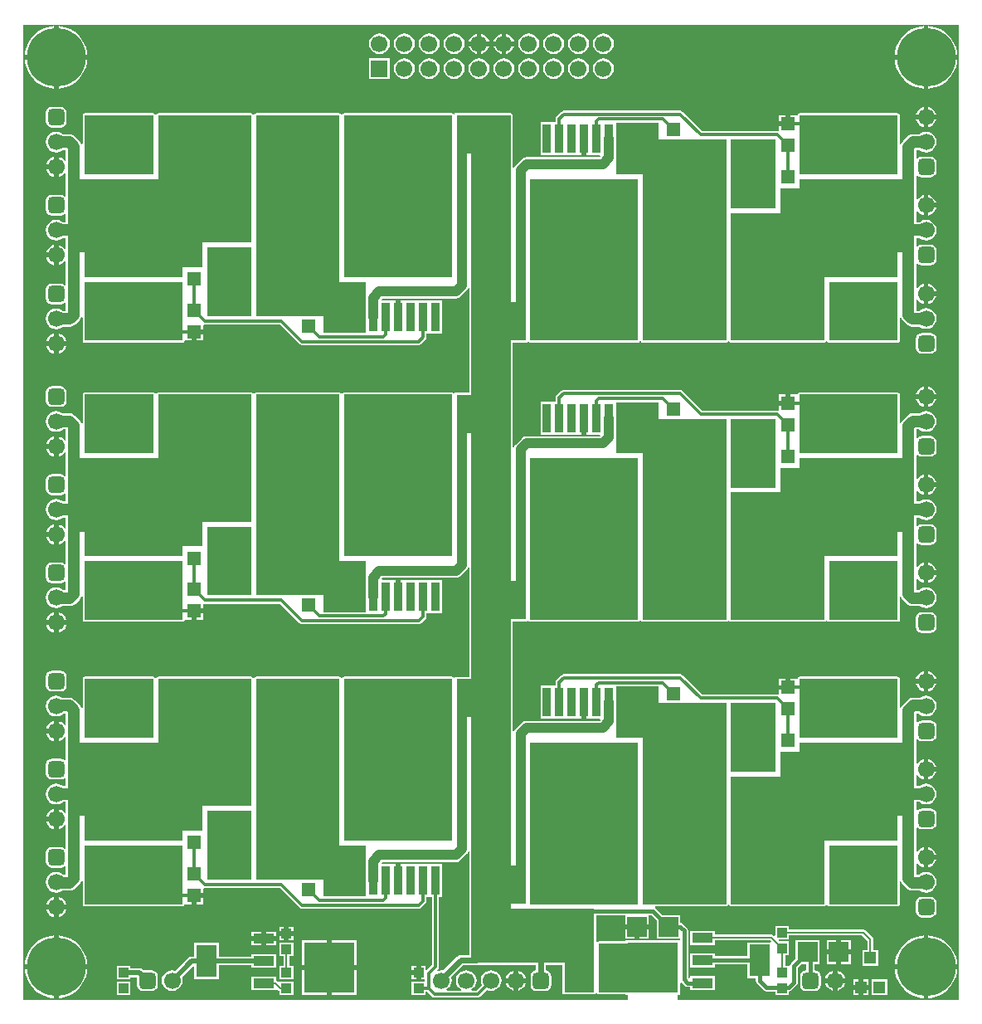
<source format=gtl>
G04 Layer_Physical_Order=1*
G04 Layer_Color=255*
%FSLAX44Y44*%
%MOMM*%
G71*
G01*
G75*
%ADD10R,1.4000X1.4000*%
%ADD11R,2.5000X4.0000*%
%ADD12R,1.4000X4.6000*%
%ADD13R,4.0000X2.5000*%
%ADD14R,2.0000X2.0000*%
%ADD15R,4.4000X10.0000*%
%ADD16R,5.2000X5.2000*%
%ADD17R,5.2000X5.2000*%
%ADD18R,1.0000X1.0000*%
%ADD19R,1.4000X1.4000*%
%ADD20R,1.2000X1.2000*%
%ADD21R,11.0000X11.0000*%
%ADD22R,0.9000X3.0000*%
%ADD23R,2.1500X3.2500*%
%ADD24R,2.1500X1.0000*%
%ADD25R,8.0000X6.0000*%
%ADD26R,3.0000X2.0000*%
%ADD27C,1.2000*%
%ADD28C,0.4000*%
%ADD29C,0.5000*%
%ADD30C,0.2000*%
%ADD31C,0.6000*%
%ADD32C,0.3000*%
%ADD33C,1.0000*%
%ADD34C,1.7000*%
%ADD35R,1.7000X1.7000*%
G04:AMPARAMS|DCode=36|XSize=1.7mm|YSize=1.7mm|CornerRadius=0.425mm|HoleSize=0mm|Usage=FLASHONLY|Rotation=270.000|XOffset=0mm|YOffset=0mm|HoleType=Round|Shape=RoundedRectangle|*
%AMROUNDEDRECTD36*
21,1,1.7000,0.8500,0,0,270.0*
21,1,0.8500,1.7000,0,0,270.0*
1,1,0.8500,-0.4250,-0.4250*
1,1,0.8500,-0.4250,0.4250*
1,1,0.8500,0.4250,0.4250*
1,1,0.8500,0.4250,-0.4250*
%
%ADD36ROUNDEDRECTD36*%
G04:AMPARAMS|DCode=37|XSize=1.7mm|YSize=1.7mm|CornerRadius=0.425mm|HoleSize=0mm|Usage=FLASHONLY|Rotation=0.000|XOffset=0mm|YOffset=0mm|HoleType=Round|Shape=RoundedRectangle|*
%AMROUNDEDRECTD37*
21,1,1.7000,0.8500,0,0,0.0*
21,1,0.8500,1.7000,0,0,0.0*
1,1,0.8500,0.4250,-0.4250*
1,1,0.8500,-0.4250,-0.4250*
1,1,0.8500,-0.4250,0.4250*
1,1,0.8500,0.4250,0.4250*
%
%ADD37ROUNDEDRECTD37*%
%ADD38R,1.7000X1.7000*%
%ADD39C,6.0000*%
%ADD40C,0.7000*%
G36*
X915000Y675000D02*
X845000D01*
X845000Y735000D01*
X915000D01*
X915000Y675000D01*
D02*
G37*
G36*
X669000Y83232D02*
Y65000D01*
X692922D01*
Y63000D01*
X637000D01*
Y62039D01*
X610000Y62039D01*
X609220Y61884D01*
X608558Y61442D01*
X608309Y61069D01*
X607039Y61381D01*
Y88922D01*
X637000D01*
Y79500D01*
X649000D01*
X661000D01*
Y88922D01*
X663311D01*
X669000Y83232D01*
D02*
G37*
G36*
X650000Y840000D02*
Y675000D01*
X540000Y675000D01*
X540000Y820000D01*
X540000Y840000D01*
X650000Y840000D01*
D02*
G37*
G36*
X185000Y675000D02*
X85000D01*
X85000Y735000D01*
X185000D01*
X185000Y675000D01*
D02*
G37*
G36*
X650000Y265000D02*
Y100000D01*
X540000Y100000D01*
X540000Y245000D01*
X540000Y265000D01*
X650000Y265000D01*
D02*
G37*
G36*
X915000Y100000D02*
X845000D01*
X845000Y160000D01*
X915000D01*
X915000Y100000D01*
D02*
G37*
G36*
X155000Y560000D02*
X85000D01*
X85000Y620000D01*
X155000D01*
X155000Y560000D01*
D02*
G37*
G36*
X671000Y305000D02*
X740000D01*
X740000Y100000D01*
X655000Y100000D01*
X655000Y270000D01*
X628000D01*
X628000Y322000D01*
X671000D01*
Y305000D01*
D02*
G37*
G36*
X185000Y100000D02*
X85000D01*
X85000Y160000D01*
X185000D01*
X185000Y100000D01*
D02*
G37*
G36*
X671000Y880000D02*
X740000D01*
X740000Y675000D01*
X655000Y675000D01*
X655000Y845000D01*
X628000D01*
X628000Y897000D01*
X671000D01*
Y880000D01*
D02*
G37*
G36*
X915000Y845000D02*
X815000D01*
X815000Y905000D01*
X915000D01*
X915000Y845000D01*
D02*
G37*
G36*
X790000Y810000D02*
X745000D01*
Y880000D01*
X790000D01*
Y810000D01*
D02*
G37*
G36*
X977451Y2549D02*
X690000D01*
Y7000D01*
X693000D01*
Y19501D01*
X693642Y19855D01*
X694270Y19962D01*
X697616Y16616D01*
X697616Y16616D01*
X698939Y15732D01*
X700500Y15422D01*
X700500Y15422D01*
X703000D01*
Y12500D01*
X728500D01*
Y26500D01*
X703000D01*
Y25092D01*
X701745Y24527D01*
X701078Y25045D01*
Y73000D01*
X700768Y74561D01*
X699884Y75884D01*
X699884Y75884D01*
X695884Y79884D01*
X694561Y80768D01*
X693000Y81078D01*
X693000Y81078D01*
Y89000D01*
X674768D01*
X667884Y95884D01*
X667674Y96024D01*
X667364Y97750D01*
X667515Y97961D01*
X740000Y97961D01*
X740780Y98116D01*
X741442Y98558D01*
X741836Y99147D01*
X742402Y99220D01*
X742598D01*
X743165Y99147D01*
X743558Y98558D01*
X744220Y98116D01*
X745000Y97961D01*
X840000D01*
X840780Y98116D01*
X841442Y98558D01*
X841836Y99147D01*
X842399Y99220D01*
X842601D01*
X843164Y99147D01*
X843558Y98558D01*
X844220Y98116D01*
X845000Y97961D01*
X915000D01*
X915780Y98116D01*
X916442Y98558D01*
X916884Y99220D01*
X917039Y100000D01*
Y123210D01*
X918309Y123462D01*
X919012Y121765D01*
X920294Y120094D01*
X924094Y116294D01*
X925766Y115012D01*
X927712Y114206D01*
X929800Y113931D01*
X937789D01*
X938705Y113228D01*
X941259Y112170D01*
X944000Y111809D01*
X946741Y112170D01*
X949295Y113228D01*
X951489Y114911D01*
X953172Y117105D01*
X954230Y119659D01*
X954591Y122400D01*
X954230Y125141D01*
X953172Y127695D01*
X951489Y129889D01*
X949295Y131572D01*
X946741Y132630D01*
X944000Y132991D01*
X941259Y132630D01*
X938705Y131572D01*
X936746Y130069D01*
X934069D01*
Y141408D01*
X935339Y141839D01*
X936511Y140311D01*
X938705Y138628D01*
X941259Y137570D01*
X941500Y137538D01*
Y147800D01*
Y158062D01*
X941259Y158030D01*
X938705Y156972D01*
X936511Y155289D01*
X935339Y153761D01*
X934069Y154192D01*
Y177887D01*
X934109Y177900D01*
X935339Y178181D01*
X937311Y176863D01*
X939750Y176378D01*
X948250D01*
X950689Y176863D01*
X952756Y178244D01*
X954137Y180311D01*
X954622Y182750D01*
Y191250D01*
X954137Y193689D01*
X952756Y195756D01*
X950689Y197137D01*
X948250Y197622D01*
X939750D01*
X937311Y197137D01*
X935339Y195819D01*
X934109Y196100D01*
X934069Y196112D01*
Y204331D01*
X937268D01*
X938705Y203228D01*
X941259Y202170D01*
X944000Y201809D01*
X946741Y202170D01*
X949295Y203228D01*
X951489Y204911D01*
X953172Y207105D01*
X954230Y209659D01*
X954591Y212400D01*
X954230Y215141D01*
X953172Y217695D01*
X951489Y219889D01*
X949295Y221572D01*
X946741Y222630D01*
X944000Y222991D01*
X941259Y222630D01*
X938705Y221572D01*
X937268Y220469D01*
X934069D01*
Y231408D01*
X935339Y231839D01*
X936511Y230311D01*
X938705Y228628D01*
X941259Y227570D01*
X941500Y227539D01*
Y237800D01*
Y248061D01*
X941259Y248030D01*
X938705Y246972D01*
X936511Y245289D01*
X935339Y243761D01*
X934069Y244192D01*
Y267687D01*
X934109Y267700D01*
X935339Y267980D01*
X937311Y266663D01*
X939750Y266178D01*
X948250D01*
X950689Y266663D01*
X952756Y268044D01*
X954137Y270111D01*
X954622Y272550D01*
Y281050D01*
X954137Y283489D01*
X952756Y285556D01*
X950689Y286937D01*
X948250Y287422D01*
X939750D01*
X937311Y286937D01*
X935339Y285619D01*
X934109Y285900D01*
X934069Y285912D01*
Y294331D01*
X937007D01*
X938705Y293028D01*
X941259Y291970D01*
X944000Y291609D01*
X946741Y291970D01*
X949295Y293028D01*
X951489Y294711D01*
X953172Y296905D01*
X954230Y299459D01*
X954591Y302200D01*
X954230Y304941D01*
X953172Y307495D01*
X951489Y309689D01*
X949295Y311372D01*
X946741Y312430D01*
X944000Y312791D01*
X941259Y312430D01*
X938705Y311372D01*
X937528Y310469D01*
X930600D01*
X928512Y310194D01*
X926565Y309388D01*
X924894Y308106D01*
X920294Y303506D01*
X919012Y301835D01*
X918309Y300138D01*
X917039Y300390D01*
Y330000D01*
X916884Y330780D01*
X916442Y331442D01*
X915780Y331884D01*
X915000Y332039D01*
X815000D01*
X814220Y331884D01*
X813558Y331442D01*
X813116Y330780D01*
X813061Y330504D01*
X812000Y330000D01*
X805500D01*
Y321000D01*
X803000D01*
Y318500D01*
X794000D01*
Y314284D01*
X792730Y313423D01*
X792000Y313568D01*
X715478D01*
X695523Y333523D01*
X694366Y334297D01*
X693000Y334568D01*
X574000D01*
X572634Y334297D01*
X571477Y333523D01*
X567077Y329123D01*
X566303Y327966D01*
X566031Y326600D01*
Y323000D01*
X550400D01*
Y289000D01*
X592500D01*
Y306000D01*
X597500D01*
Y289000D01*
X611038D01*
X611557Y287813D01*
X610949Y287060D01*
X536000D01*
X534173Y286820D01*
X532470Y286115D01*
X531007Y284993D01*
X525008Y278992D01*
X523885Y277530D01*
X523309Y276139D01*
X522039Y276391D01*
X522039Y388000D01*
X537000D01*
Y388778D01*
X537150Y388838D01*
X538270Y388990D01*
X538558Y388558D01*
X539220Y388116D01*
X540000Y387961D01*
X650000Y387961D01*
X650780Y388116D01*
X651442Y388558D01*
X651836Y389147D01*
X652398Y389220D01*
X652602D01*
X653165Y389147D01*
X653558Y388558D01*
X654220Y388116D01*
X655000Y387961D01*
X740000Y387961D01*
X740780Y388116D01*
X741442Y388558D01*
X741836Y389147D01*
X742402Y389220D01*
X742598D01*
X743165Y389147D01*
X743558Y388558D01*
X744220Y388116D01*
X745000Y387961D01*
X840000D01*
X840780Y388116D01*
X841442Y388558D01*
X841836Y389147D01*
X842399Y389220D01*
X842601D01*
X843164Y389147D01*
X843558Y388558D01*
X844220Y388116D01*
X845000Y387961D01*
X915000D01*
X915780Y388116D01*
X916442Y388558D01*
X916884Y389220D01*
X917039Y390000D01*
Y413410D01*
X918309Y413662D01*
X919012Y411965D01*
X920294Y410294D01*
X924094Y406494D01*
X925766Y405212D01*
X927712Y404406D01*
X929800Y404131D01*
X937789D01*
X938705Y403428D01*
X941259Y402370D01*
X944000Y402009D01*
X946741Y402370D01*
X949295Y403428D01*
X951489Y405111D01*
X953172Y407305D01*
X954230Y409859D01*
X954591Y412600D01*
X954230Y415341D01*
X953172Y417895D01*
X951489Y420089D01*
X949295Y421772D01*
X946741Y422830D01*
X944000Y423191D01*
X941259Y422830D01*
X938705Y421772D01*
X936746Y420269D01*
X934069D01*
Y431608D01*
X935339Y432039D01*
X936511Y430511D01*
X938705Y428828D01*
X941259Y427770D01*
X941500Y427739D01*
Y438000D01*
Y448261D01*
X941259Y448230D01*
X938705Y447172D01*
X936511Y445489D01*
X935339Y443961D01*
X934069Y444392D01*
Y467888D01*
X934108Y467899D01*
X935339Y468181D01*
X937311Y466863D01*
X939750Y466378D01*
X948250D01*
X950689Y466863D01*
X952756Y468244D01*
X954137Y470311D01*
X954622Y472750D01*
Y481250D01*
X954137Y483689D01*
X952756Y485756D01*
X950689Y487137D01*
X948250Y487622D01*
X939750D01*
X937311Y487137D01*
X935339Y485820D01*
X934108Y486101D01*
X934069Y486112D01*
Y494531D01*
X937007D01*
X938705Y493228D01*
X941259Y492170D01*
X944000Y491809D01*
X946741Y492170D01*
X949295Y493228D01*
X951489Y494911D01*
X953172Y497105D01*
X954230Y499659D01*
X954591Y502400D01*
X954230Y505141D01*
X953172Y507695D01*
X951489Y509889D01*
X949295Y511572D01*
X946741Y512630D01*
X944000Y512991D01*
X941259Y512630D01*
X938705Y511572D01*
X937528Y510669D01*
X934069D01*
Y521408D01*
X935339Y521839D01*
X936511Y520311D01*
X938705Y518628D01*
X941259Y517570D01*
X941500Y517539D01*
Y527800D01*
Y538061D01*
X941259Y538030D01*
X938705Y536972D01*
X936511Y535289D01*
X935339Y533761D01*
X934069Y534192D01*
Y557888D01*
X934108Y557899D01*
X935339Y558181D01*
X937311Y556863D01*
X939750Y556378D01*
X948250D01*
X950689Y556863D01*
X952756Y558244D01*
X954137Y560311D01*
X954622Y562750D01*
Y571250D01*
X954137Y573689D01*
X952756Y575756D01*
X950689Y577137D01*
X948250Y577622D01*
X939750D01*
X937311Y577137D01*
X935339Y575820D01*
X934108Y576101D01*
X934069Y576112D01*
Y584531D01*
X937007D01*
X938705Y583228D01*
X941259Y582170D01*
X944000Y581809D01*
X946741Y582170D01*
X949295Y583228D01*
X951489Y584911D01*
X953172Y587105D01*
X954230Y589659D01*
X954591Y592400D01*
X954230Y595141D01*
X953172Y597695D01*
X951489Y599889D01*
X949295Y601572D01*
X946741Y602630D01*
X944000Y602991D01*
X941259Y602630D01*
X938705Y601572D01*
X937528Y600669D01*
X930600D01*
X928512Y600394D01*
X926565Y599588D01*
X924894Y598306D01*
X920294Y593706D01*
X919012Y592034D01*
X918309Y590338D01*
X917039Y590590D01*
Y620000D01*
X916884Y620780D01*
X916442Y621442D01*
X915780Y621884D01*
X915000Y622039D01*
X815000D01*
X814220Y621884D01*
X813558Y621442D01*
X813116Y620780D01*
X813061Y620504D01*
X812000Y620000D01*
X805500D01*
Y611000D01*
X803000D01*
Y608500D01*
X794000D01*
Y604284D01*
X792730Y603423D01*
X792000Y603568D01*
X715478D01*
X695523Y623523D01*
X694366Y624297D01*
X693000Y624569D01*
X574000D01*
X572634Y624297D01*
X571477Y623523D01*
X567077Y619123D01*
X566303Y617966D01*
X566031Y616600D01*
Y613000D01*
X550400D01*
Y579000D01*
X592500D01*
Y596000D01*
X597500D01*
Y579000D01*
X611037D01*
X611556Y577813D01*
X610949Y577061D01*
X536000D01*
X534173Y576820D01*
X532470Y576115D01*
X531007Y574992D01*
X525007Y568993D01*
X523885Y567530D01*
X523309Y566139D01*
X522039Y566392D01*
Y673000D01*
X537000D01*
Y673778D01*
X537147Y673836D01*
X538270Y673989D01*
X538558Y673558D01*
X539220Y673116D01*
X540000Y672961D01*
X650000Y672961D01*
X650780Y673116D01*
X651442Y673558D01*
X651836Y674147D01*
X652398Y674220D01*
X652602D01*
X653165Y674147D01*
X653558Y673558D01*
X654220Y673116D01*
X655000Y672961D01*
X740000Y672961D01*
X740780Y673116D01*
X741442Y673558D01*
X741836Y674147D01*
X742402Y674220D01*
X742598D01*
X743165Y674147D01*
X743558Y673558D01*
X744220Y673116D01*
X745000Y672961D01*
X840000D01*
X840780Y673116D01*
X841442Y673558D01*
X841835Y674147D01*
X842400Y674220D01*
X842600D01*
X843164Y674147D01*
X843558Y673558D01*
X844220Y673116D01*
X845000Y672961D01*
X915000D01*
X915780Y673116D01*
X916442Y673558D01*
X916884Y674220D01*
X917039Y675000D01*
Y698410D01*
X918309Y698662D01*
X919012Y696965D01*
X920294Y695294D01*
X924094Y691494D01*
X925766Y690212D01*
X927712Y689406D01*
X929800Y689131D01*
X937789D01*
X938705Y688428D01*
X941259Y687370D01*
X944000Y687009D01*
X946741Y687370D01*
X949295Y688428D01*
X951489Y690111D01*
X953172Y692305D01*
X954230Y694859D01*
X954591Y697600D01*
X954230Y700341D01*
X953172Y702895D01*
X951489Y705089D01*
X949295Y706772D01*
X946741Y707830D01*
X944000Y708191D01*
X941259Y707830D01*
X938705Y706772D01*
X936746Y705269D01*
X934069D01*
Y716608D01*
X935339Y717039D01*
X936511Y715511D01*
X938705Y713828D01*
X941259Y712770D01*
X941500Y712739D01*
Y723000D01*
Y733261D01*
X941259Y733230D01*
X938705Y732172D01*
X936511Y730489D01*
X935339Y728961D01*
X934069Y729392D01*
Y753087D01*
X934109Y753100D01*
X935339Y753381D01*
X937311Y752063D01*
X939750Y751578D01*
X948250D01*
X950689Y752063D01*
X952756Y753444D01*
X954137Y755511D01*
X954622Y757950D01*
Y766450D01*
X954137Y768889D01*
X952756Y770956D01*
X950689Y772337D01*
X948250Y772822D01*
X939750D01*
X937311Y772337D01*
X935339Y771020D01*
X934109Y771300D01*
X934069Y771312D01*
Y779531D01*
X937268D01*
X938705Y778428D01*
X941259Y777370D01*
X944000Y777009D01*
X946741Y777370D01*
X949295Y778428D01*
X951489Y780111D01*
X953172Y782305D01*
X954230Y784859D01*
X954591Y787600D01*
X954230Y790341D01*
X953172Y792895D01*
X951489Y795089D01*
X949295Y796772D01*
X946741Y797830D01*
X944000Y798191D01*
X941259Y797830D01*
X938705Y796772D01*
X937268Y795669D01*
X934069D01*
Y806608D01*
X935339Y807039D01*
X936511Y805511D01*
X938705Y803828D01*
X941259Y802770D01*
X941500Y802738D01*
Y813000D01*
Y823261D01*
X941259Y823230D01*
X938705Y822172D01*
X936511Y820489D01*
X935339Y818961D01*
X934069Y819392D01*
Y843087D01*
X934109Y843100D01*
X935339Y843381D01*
X937311Y842063D01*
X939750Y841578D01*
X948250D01*
X950689Y842063D01*
X952756Y843444D01*
X954137Y845511D01*
X954622Y847950D01*
Y856450D01*
X954137Y858889D01*
X952756Y860956D01*
X950689Y862337D01*
X948250Y862822D01*
X939750D01*
X937311Y862337D01*
X935339Y861020D01*
X934109Y861300D01*
X934069Y861312D01*
Y869531D01*
X937268D01*
X938705Y868428D01*
X941259Y867370D01*
X944000Y867009D01*
X946741Y867370D01*
X949295Y868428D01*
X951489Y870111D01*
X953172Y872305D01*
X954230Y874859D01*
X954591Y877600D01*
X954230Y880341D01*
X953172Y882895D01*
X951489Y885089D01*
X949295Y886772D01*
X946741Y887830D01*
X944000Y888191D01*
X941259Y887830D01*
X938705Y886772D01*
X937268Y885669D01*
X930600D01*
X928512Y885394D01*
X926565Y884588D01*
X924894Y883306D01*
X920294Y878706D01*
X919012Y877035D01*
X918309Y875338D01*
X917039Y875590D01*
Y905000D01*
X916884Y905780D01*
X916442Y906442D01*
X915780Y906884D01*
X915000Y907039D01*
X815000D01*
X814220Y906884D01*
X813558Y906442D01*
X813116Y905780D01*
X813061Y905504D01*
X812000Y905000D01*
X805500D01*
Y896000D01*
X803000D01*
Y893500D01*
X794000D01*
Y889284D01*
X792730Y888423D01*
X792000Y888568D01*
X715478D01*
X695523Y908523D01*
X694366Y909297D01*
X693000Y909568D01*
X574000D01*
X572634Y909297D01*
X571477Y908523D01*
X567077Y904123D01*
X566303Y902966D01*
X566031Y901600D01*
Y898000D01*
X550400D01*
Y864000D01*
X592500D01*
Y881000D01*
X597500D01*
Y864000D01*
X611037D01*
X611557Y862813D01*
X610949Y862060D01*
X536000D01*
X534173Y861820D01*
X532470Y861115D01*
X531007Y859993D01*
X525008Y853992D01*
X523885Y852530D01*
X523309Y851139D01*
X522039Y851391D01*
Y905000D01*
X521884Y905780D01*
X521442Y906442D01*
X520780Y906884D01*
X520000Y907039D01*
X480000Y907039D01*
X479802Y907000D01*
X463000D01*
Y906222D01*
X462852Y906163D01*
X461730Y906011D01*
X461442Y906442D01*
X460780Y906884D01*
X460000Y907039D01*
X350000Y907039D01*
X349220Y906884D01*
X348558Y906442D01*
X348164Y905853D01*
X347602Y905780D01*
X347398D01*
X346836Y905853D01*
X346442Y906442D01*
X345780Y906884D01*
X345000Y907039D01*
X260000Y907039D01*
X259219Y906884D01*
X258558Y906442D01*
X258164Y905853D01*
X257599Y905780D01*
X257401D01*
X256835Y905853D01*
X256442Y906442D01*
X255780Y906884D01*
X255000Y907039D01*
X160000D01*
X159220Y906884D01*
X158558Y906442D01*
X158165Y905853D01*
X157601Y905780D01*
X157399D01*
X156836Y905853D01*
X156442Y906442D01*
X155780Y906884D01*
X155000Y907039D01*
X85000D01*
X84220Y906884D01*
X83558Y906442D01*
X83116Y905780D01*
X82961Y905000D01*
Y875590D01*
X81691Y875338D01*
X80988Y877035D01*
X79706Y878706D01*
X75106Y883306D01*
X73435Y884588D01*
X71488Y885394D01*
X69400Y885669D01*
X62732D01*
X61295Y886772D01*
X58741Y887830D01*
X56000Y888191D01*
X53259Y887830D01*
X50705Y886772D01*
X48511Y885089D01*
X46828Y882895D01*
X45770Y880341D01*
X45409Y877600D01*
X45770Y874859D01*
X46828Y872305D01*
X48511Y870111D01*
X50705Y868428D01*
X53259Y867370D01*
X56000Y867009D01*
X58741Y867370D01*
X61295Y868428D01*
X62732Y869531D01*
X65931D01*
Y858592D01*
X64661Y858161D01*
X63489Y859689D01*
X61295Y861372D01*
X58741Y862430D01*
X58500Y862461D01*
Y852200D01*
Y841939D01*
X58741Y841970D01*
X61295Y843028D01*
X63489Y844711D01*
X64661Y846239D01*
X65931Y845808D01*
Y822113D01*
X65891Y822100D01*
X64661Y821820D01*
X62689Y823137D01*
X60250Y823622D01*
X51750D01*
X49311Y823137D01*
X47244Y821756D01*
X45863Y819689D01*
X45377Y817250D01*
Y808750D01*
X45863Y806311D01*
X47244Y804244D01*
X49311Y802863D01*
X51750Y802378D01*
X60250D01*
X62689Y802863D01*
X64661Y804181D01*
X65891Y803900D01*
X65931Y803887D01*
Y795669D01*
X62732D01*
X61295Y796772D01*
X58741Y797830D01*
X56000Y798191D01*
X53259Y797830D01*
X50705Y796772D01*
X48511Y795089D01*
X46828Y792895D01*
X45770Y790341D01*
X45409Y787600D01*
X45770Y784859D01*
X46828Y782305D01*
X48511Y780111D01*
X50705Y778428D01*
X53259Y777370D01*
X56000Y777009D01*
X58741Y777370D01*
X61295Y778428D01*
X62732Y779531D01*
X65931D01*
Y768592D01*
X64661Y768161D01*
X63489Y769689D01*
X61295Y771372D01*
X58741Y772430D01*
X58500Y772461D01*
Y762200D01*
Y751938D01*
X58741Y751970D01*
X61295Y753028D01*
X63489Y754711D01*
X64661Y756239D01*
X65931Y755808D01*
Y731712D01*
X65891Y731700D01*
X64661Y731420D01*
X62689Y732737D01*
X60250Y733222D01*
X51750D01*
X49311Y732737D01*
X47244Y731356D01*
X45863Y729289D01*
X45377Y726850D01*
Y718350D01*
X45863Y715911D01*
X47244Y713844D01*
X49311Y712463D01*
X51750Y711978D01*
X60250D01*
X62689Y712463D01*
X64661Y713781D01*
X65891Y713500D01*
X65931Y713487D01*
Y705269D01*
X62732D01*
X61295Y706372D01*
X58741Y707430D01*
X56000Y707791D01*
X53259Y707430D01*
X50705Y706372D01*
X48511Y704689D01*
X46828Y702495D01*
X45770Y699941D01*
X45409Y697200D01*
X45770Y694459D01*
X46828Y691905D01*
X48511Y689711D01*
X50705Y688028D01*
X53259Y686970D01*
X56000Y686609D01*
X58741Y686970D01*
X61295Y688028D01*
X62732Y689131D01*
X70200D01*
X72288Y689406D01*
X74234Y690212D01*
X75906Y691494D01*
X79706Y695294D01*
X80988Y696965D01*
X81691Y698662D01*
X82961Y698410D01*
Y675000D01*
X83116Y674220D01*
X83558Y673558D01*
X84220Y673116D01*
X85000Y672961D01*
X185000D01*
X185780Y673116D01*
X186442Y673558D01*
X186884Y674220D01*
X186939Y674496D01*
X188000Y675000D01*
X194500D01*
Y684000D01*
X197000D01*
Y686500D01*
X206000D01*
Y690716D01*
X207270Y691577D01*
X208000Y691431D01*
X284522D01*
X304477Y671477D01*
X305634Y670703D01*
X307000Y670431D01*
X426000D01*
X427366Y670703D01*
X428523Y671477D01*
X432923Y675877D01*
X433697Y677034D01*
X433969Y678400D01*
Y682000D01*
X449600D01*
Y716000D01*
X407500D01*
Y699000D01*
X402500D01*
Y716000D01*
X388963D01*
X388444Y717187D01*
X389051Y717940D01*
X464000D01*
X465827Y718180D01*
X467530Y718885D01*
X468992Y720007D01*
X474992Y726008D01*
X476115Y727470D01*
X476691Y728861D01*
X477961Y728608D01*
X477961Y622000D01*
X463000D01*
Y621222D01*
X462853Y621164D01*
X461730Y621011D01*
X461442Y621442D01*
X460780Y621884D01*
X460000Y622039D01*
X350000Y622039D01*
X349220Y621884D01*
X348558Y621442D01*
X348164Y620853D01*
X347602Y620780D01*
X347398D01*
X346836Y620853D01*
X346442Y621442D01*
X345780Y621884D01*
X345000Y622039D01*
X260000Y622039D01*
X259219Y621884D01*
X258558Y621442D01*
X258164Y620853D01*
X257598Y620780D01*
X257402D01*
X256835Y620853D01*
X256442Y621442D01*
X255780Y621884D01*
X255000Y622039D01*
X160000D01*
X159220Y621884D01*
X158558Y621442D01*
X158165Y620853D01*
X157601Y620780D01*
X157399D01*
X156836Y620853D01*
X156442Y621442D01*
X155780Y621884D01*
X155000Y622039D01*
X85000D01*
X84220Y621884D01*
X83558Y621442D01*
X83116Y620780D01*
X82961Y620000D01*
Y590590D01*
X81691Y590338D01*
X80988Y592034D01*
X79706Y593706D01*
X75106Y598306D01*
X73435Y599588D01*
X71488Y600394D01*
X69400Y600669D01*
X62472D01*
X61295Y601572D01*
X58741Y602630D01*
X56000Y602991D01*
X53259Y602630D01*
X50705Y601572D01*
X48511Y599889D01*
X46828Y597695D01*
X45770Y595141D01*
X45409Y592400D01*
X45770Y589659D01*
X46828Y587105D01*
X48511Y584911D01*
X50705Y583228D01*
X53259Y582170D01*
X56000Y581809D01*
X58741Y582170D01*
X61295Y583228D01*
X62993Y584531D01*
X65931D01*
Y573392D01*
X64661Y572961D01*
X63489Y574489D01*
X61295Y576172D01*
X58741Y577230D01*
X58500Y577262D01*
Y567000D01*
Y556739D01*
X58741Y556770D01*
X61295Y557828D01*
X63489Y559511D01*
X64661Y561039D01*
X65931Y560608D01*
Y537113D01*
X65891Y537100D01*
X64661Y536819D01*
X62689Y538137D01*
X60250Y538622D01*
X51750D01*
X49311Y538137D01*
X47244Y536756D01*
X45863Y534689D01*
X45377Y532250D01*
Y523750D01*
X45863Y521311D01*
X47244Y519244D01*
X49311Y517863D01*
X51750Y517378D01*
X60250D01*
X62689Y517863D01*
X64661Y519180D01*
X65891Y518900D01*
X65931Y518888D01*
Y510669D01*
X62732D01*
X61295Y511772D01*
X58741Y512830D01*
X56000Y513191D01*
X53259Y512830D01*
X50705Y511772D01*
X48511Y510089D01*
X46828Y507895D01*
X45770Y505341D01*
X45409Y502600D01*
X45770Y499859D01*
X46828Y497305D01*
X48511Y495111D01*
X50705Y493428D01*
X53259Y492370D01*
X56000Y492009D01*
X58741Y492370D01*
X61295Y493428D01*
X62732Y494531D01*
X65931D01*
Y483592D01*
X64661Y483161D01*
X63489Y484689D01*
X61295Y486372D01*
X58741Y487430D01*
X58500Y487462D01*
Y477200D01*
Y466939D01*
X58741Y466970D01*
X61295Y468028D01*
X63489Y469711D01*
X64661Y471239D01*
X65931Y470808D01*
Y447113D01*
X65891Y447100D01*
X64661Y446819D01*
X62689Y448137D01*
X60250Y448622D01*
X51750D01*
X49311Y448137D01*
X47244Y446756D01*
X45863Y444689D01*
X45377Y442250D01*
Y433750D01*
X45863Y431311D01*
X47244Y429244D01*
X49311Y427863D01*
X51750Y427378D01*
X60250D01*
X62689Y427863D01*
X64661Y429180D01*
X65891Y428900D01*
X65931Y428888D01*
Y420269D01*
X63254D01*
X61295Y421772D01*
X58741Y422830D01*
X56000Y423191D01*
X53259Y422830D01*
X50705Y421772D01*
X48511Y420089D01*
X46828Y417895D01*
X45770Y415341D01*
X45409Y412600D01*
X45770Y409859D01*
X46828Y407305D01*
X48511Y405111D01*
X50705Y403428D01*
X53259Y402370D01*
X56000Y402009D01*
X58741Y402370D01*
X61295Y403428D01*
X62211Y404131D01*
X70200D01*
X72288Y404406D01*
X74234Y405212D01*
X75906Y406494D01*
X79706Y410294D01*
X80988Y411965D01*
X81691Y413662D01*
X82961Y413410D01*
Y390000D01*
X83116Y389220D01*
X83558Y388558D01*
X84220Y388116D01*
X85000Y387961D01*
X185000D01*
X185780Y388116D01*
X186442Y388558D01*
X186884Y389220D01*
X186939Y389496D01*
X188000Y390000D01*
X194500D01*
Y399000D01*
X197000D01*
Y401500D01*
X206000D01*
Y405716D01*
X207270Y406577D01*
X208000Y406431D01*
X284522D01*
X304477Y386477D01*
X305634Y385703D01*
X307000Y385431D01*
X426000D01*
X427366Y385703D01*
X428523Y386477D01*
X432923Y390877D01*
X433697Y392034D01*
X433969Y393400D01*
Y397000D01*
X449600D01*
Y431000D01*
X407500D01*
Y414000D01*
X402500D01*
Y431000D01*
X388963D01*
X388444Y432187D01*
X389051Y432940D01*
X464000D01*
X465827Y433180D01*
X467530Y433885D01*
X468992Y435008D01*
X474992Y441008D01*
X476115Y442470D01*
X476691Y443861D01*
X477961Y443609D01*
X477961Y332000D01*
X463000D01*
Y331222D01*
X462853Y331164D01*
X461730Y331011D01*
X461442Y331442D01*
X460780Y331884D01*
X460000Y332039D01*
X350000Y332039D01*
X349220Y331884D01*
X348558Y331442D01*
X348164Y330853D01*
X347602Y330780D01*
X347398D01*
X346836Y330853D01*
X346442Y331442D01*
X345780Y331884D01*
X345000Y332039D01*
X260000Y332039D01*
X259219Y331884D01*
X258558Y331442D01*
X258164Y330853D01*
X257598Y330780D01*
X257402D01*
X256835Y330853D01*
X256442Y331442D01*
X255780Y331884D01*
X255000Y332039D01*
X160000D01*
X159220Y331884D01*
X158558Y331442D01*
X158165Y330853D01*
X157601Y330780D01*
X157399D01*
X156836Y330853D01*
X156442Y331442D01*
X155780Y331884D01*
X155000Y332039D01*
X85000D01*
X84220Y331884D01*
X83558Y331442D01*
X83116Y330780D01*
X82961Y330000D01*
Y300390D01*
X81691Y300138D01*
X80988Y301835D01*
X79706Y303506D01*
X75106Y308106D01*
X73435Y309388D01*
X71488Y310194D01*
X69400Y310469D01*
X62472D01*
X61295Y311372D01*
X58741Y312430D01*
X56000Y312791D01*
X53259Y312430D01*
X50705Y311372D01*
X48511Y309689D01*
X46828Y307495D01*
X45770Y304941D01*
X45409Y302200D01*
X45770Y299459D01*
X46828Y296905D01*
X48511Y294711D01*
X50705Y293028D01*
X53259Y291970D01*
X56000Y291609D01*
X58741Y291970D01*
X61295Y293028D01*
X62993Y294331D01*
X65931D01*
Y283192D01*
X64661Y282761D01*
X63489Y284289D01*
X61295Y285972D01*
X58741Y287030D01*
X58500Y287061D01*
Y276800D01*
Y266539D01*
X58741Y266570D01*
X61295Y267628D01*
X63489Y269311D01*
X64661Y270839D01*
X65931Y270408D01*
Y246912D01*
X65891Y246900D01*
X64661Y246619D01*
X62689Y247937D01*
X60250Y248422D01*
X51750D01*
X49311Y247937D01*
X47244Y246556D01*
X45863Y244489D01*
X45377Y242050D01*
Y233550D01*
X45863Y231111D01*
X47244Y229044D01*
X49311Y227663D01*
X51750Y227178D01*
X60250D01*
X62689Y227663D01*
X64661Y228981D01*
X65891Y228700D01*
X65931Y228687D01*
Y220469D01*
X62732D01*
X61295Y221572D01*
X58741Y222630D01*
X56000Y222991D01*
X53259Y222630D01*
X50705Y221572D01*
X48511Y219889D01*
X46828Y217695D01*
X45770Y215141D01*
X45409Y212400D01*
X45770Y209659D01*
X46828Y207105D01*
X48511Y204911D01*
X50705Y203228D01*
X53259Y202170D01*
X56000Y201809D01*
X58741Y202170D01*
X61295Y203228D01*
X62732Y204331D01*
X65931D01*
Y193392D01*
X64661Y192961D01*
X63489Y194489D01*
X61295Y196172D01*
X58741Y197230D01*
X58500Y197261D01*
Y187000D01*
Y176738D01*
X58741Y176770D01*
X61295Y177828D01*
X63489Y179511D01*
X64661Y181039D01*
X65931Y180608D01*
Y156912D01*
X65891Y156900D01*
X64661Y156619D01*
X62689Y157937D01*
X60250Y158422D01*
X51750D01*
X49311Y157937D01*
X47244Y156556D01*
X45863Y154489D01*
X45377Y152050D01*
Y143550D01*
X45863Y141111D01*
X47244Y139044D01*
X49311Y137663D01*
X51750Y137178D01*
X60250D01*
X62689Y137663D01*
X64661Y138981D01*
X65891Y138700D01*
X65931Y138687D01*
Y130069D01*
X63254D01*
X61295Y131572D01*
X58741Y132630D01*
X56000Y132991D01*
X53259Y132630D01*
X50705Y131572D01*
X48511Y129889D01*
X46828Y127695D01*
X45770Y125141D01*
X45409Y122400D01*
X45770Y119659D01*
X46828Y117105D01*
X48511Y114911D01*
X50705Y113228D01*
X53259Y112170D01*
X56000Y111809D01*
X58741Y112170D01*
X61295Y113228D01*
X62211Y113931D01*
X70200D01*
X72288Y114206D01*
X74234Y115012D01*
X75906Y116294D01*
X79706Y120094D01*
X80988Y121765D01*
X81691Y123462D01*
X82961Y123210D01*
Y100000D01*
X83116Y99220D01*
X83558Y98558D01*
X84220Y98116D01*
X85000Y97961D01*
X185000D01*
X185780Y98116D01*
X186442Y98558D01*
X186884Y99220D01*
X186939Y99496D01*
X188000Y100000D01*
X194500D01*
Y109000D01*
X197000D01*
Y111500D01*
X206000D01*
Y115716D01*
X207270Y116577D01*
X208000Y116431D01*
X284522D01*
X304477Y96477D01*
X305634Y95703D01*
X307000Y95431D01*
X426000D01*
X427366Y95703D01*
X428523Y96477D01*
X432923Y100877D01*
X433697Y102034D01*
X433969Y103400D01*
Y107000D01*
X439531D01*
Y37578D01*
X434270Y32317D01*
X433000Y32843D01*
Y37000D01*
X428500D01*
Y30000D01*
Y23000D01*
X432431D01*
Y21000D01*
X419000D01*
Y7000D01*
X433000D01*
Y10431D01*
X434522D01*
X439477Y5477D01*
X440634Y4703D01*
X442000Y4431D01*
X486000D01*
X487366Y4703D01*
X488523Y5477D01*
X495532Y12486D01*
X497259Y11770D01*
X500000Y11409D01*
X502741Y11770D01*
X505295Y12828D01*
X507489Y14511D01*
X509172Y16705D01*
X510230Y19259D01*
X510591Y22000D01*
X510230Y24741D01*
X509172Y27295D01*
X507489Y29489D01*
X505295Y31172D01*
X502741Y32230D01*
X500000Y32591D01*
X497259Y32230D01*
X494705Y31172D01*
X492511Y29489D01*
X490828Y27295D01*
X489770Y24741D01*
X489409Y22000D01*
X489770Y19259D01*
X490485Y17532D01*
X484522Y11569D01*
X480173D01*
X479895Y12828D01*
X482089Y14511D01*
X483772Y16705D01*
X484830Y19259D01*
X485191Y22000D01*
X484830Y24741D01*
X483772Y27295D01*
X482089Y29489D01*
X479895Y31172D01*
X477341Y32230D01*
X474600Y32591D01*
X471859Y32230D01*
X469305Y31172D01*
X467111Y29489D01*
X465428Y27295D01*
X464370Y24741D01*
X464009Y22000D01*
X464370Y19259D01*
X465428Y16705D01*
X467111Y14511D01*
X469305Y12828D01*
X469027Y11569D01*
X454773D01*
X454495Y12828D01*
X456689Y14511D01*
X458372Y16705D01*
X459430Y19259D01*
X459791Y22000D01*
X459430Y24741D01*
X458997Y25787D01*
X471112Y37902D01*
X485000D01*
X485295Y37961D01*
X545702Y37961D01*
Y32454D01*
X544111Y32137D01*
X542044Y30756D01*
X540663Y28689D01*
X540178Y26250D01*
Y17750D01*
X540663Y15311D01*
X542044Y13244D01*
X544111Y11863D01*
X546550Y11378D01*
X555050D01*
X557489Y11863D01*
X559556Y13244D01*
X560937Y15311D01*
X561422Y17750D01*
Y26250D01*
X560937Y28689D01*
X559556Y30756D01*
X557489Y32137D01*
X555898Y32454D01*
Y37961D01*
X572961D01*
X572961Y10000D01*
X573116Y9220D01*
X573558Y8558D01*
X574220Y8116D01*
X575000Y7961D01*
X605000Y7961D01*
X605780Y8116D01*
X606442Y8558D01*
X606836Y9147D01*
X607399Y9220D01*
X607601Y9220D01*
X608164Y9147D01*
X608558Y8558D01*
X609220Y8116D01*
X610000Y7961D01*
X637000Y7961D01*
Y7000D01*
X640000D01*
Y2549D01*
X22549D01*
Y997451D01*
X977451D01*
Y2549D01*
D02*
G37*
G36*
X155000Y845000D02*
X85000D01*
X85000Y905000D01*
X155000D01*
X155000Y845000D01*
D02*
G37*
G36*
X925000Y840000D02*
Y765000D01*
X915000Y765000D01*
Y740000D01*
X840000D01*
Y675000D01*
X745000D01*
Y805000D01*
X795000D01*
Y830000D01*
X815000D01*
Y840000D01*
X910000Y840000D01*
X925000Y840000D01*
D02*
G37*
G36*
X255000Y700000D02*
X210000Y700000D01*
Y770000D01*
X255000Y770000D01*
Y700000D01*
D02*
G37*
G36*
X345000Y735000D02*
X372000D01*
X372000Y683000D01*
X329000D01*
Y700000D01*
X260000D01*
Y905000D01*
X345000Y905000D01*
X345000Y735000D01*
D02*
G37*
G36*
X255000Y775000D02*
X205000D01*
Y750000D01*
X185000D01*
Y740000D01*
X85000D01*
Y765000D01*
X75000Y765000D01*
Y840000D01*
X160000Y840000D01*
Y905000D01*
X255000D01*
Y775000D01*
D02*
G37*
G36*
X460000Y905000D02*
X460000Y760000D01*
X460000Y740000D01*
X350000Y740000D01*
Y905000D01*
X460000Y905000D01*
D02*
G37*
G36*
X185000Y390000D02*
X85000D01*
X85000Y450000D01*
X185000D01*
X185000Y390000D01*
D02*
G37*
G36*
X671000Y595000D02*
X740000D01*
X740000Y390000D01*
X655000Y390000D01*
X655000Y560000D01*
X628000D01*
X628000Y612000D01*
X671000D01*
Y595000D01*
D02*
G37*
G36*
X345000Y450000D02*
X372000D01*
X372000Y398000D01*
X329000D01*
Y415000D01*
X260000D01*
X260000Y620000D01*
X345000Y620000D01*
X345000Y450000D01*
D02*
G37*
G36*
X915000Y390000D02*
X845000D01*
X845000Y450000D01*
X915000D01*
X915000Y390000D01*
D02*
G37*
G36*
X650000Y555000D02*
Y390000D01*
X540000Y390000D01*
X540000Y535000D01*
X540000Y555000D01*
X650000Y555000D01*
D02*
G37*
G36*
X915000Y270000D02*
X815000D01*
X815000Y330000D01*
X915000D01*
X915000Y270000D01*
D02*
G37*
G36*
X155000Y270000D02*
X85000D01*
X85000Y330000D01*
X155000D01*
X155000Y270000D01*
D02*
G37*
G36*
X915000Y265000D02*
X925000Y265000D01*
X925000Y190000D01*
X915000Y190000D01*
X915000Y165000D01*
X840000D01*
Y100000D01*
X745000D01*
Y230000D01*
X795000D01*
Y255000D01*
X815000D01*
Y265000D01*
X915000Y265000D01*
D02*
G37*
G36*
X790000Y235000D02*
X745000D01*
Y305000D01*
X790000D01*
Y235000D01*
D02*
G37*
G36*
X255000Y415000D02*
X210000D01*
Y485000D01*
X255000D01*
Y415000D01*
D02*
G37*
G36*
Y125000D02*
X210000D01*
Y195000D01*
X255000D01*
Y125000D01*
D02*
G37*
G36*
X790000Y525000D02*
X745000D01*
Y595000D01*
X790000D01*
Y525000D01*
D02*
G37*
G36*
X915000Y560000D02*
X815000D01*
X815000Y620000D01*
X915000D01*
X915000Y560000D01*
D02*
G37*
G36*
X345000Y160000D02*
X372000D01*
X372000Y108000D01*
X329000D01*
Y125000D01*
X260000D01*
X260000Y330000D01*
X345000Y330000D01*
X345000Y160000D01*
D02*
G37*
G36*
X925000Y555000D02*
X925000Y480000D01*
X915000Y480000D01*
X915000Y455000D01*
X840000D01*
Y390000D01*
X745000D01*
Y520000D01*
X795000D01*
Y545000D01*
X815000D01*
Y555000D01*
X915000D01*
X925000Y555000D01*
D02*
G37*
G36*
X460000Y620000D02*
X460000Y475000D01*
X460000Y455000D01*
X350000Y455000D01*
Y620000D01*
X460000Y620000D01*
D02*
G37*
G36*
X255000Y200000D02*
X205000D01*
Y175000D01*
X185000D01*
Y165000D01*
X85000D01*
Y189800D01*
X75000Y189800D01*
Y264800D01*
X85000Y264800D01*
Y265000D01*
X160000D01*
Y330000D01*
X255000D01*
Y200000D01*
D02*
G37*
G36*
X460000Y330000D02*
X460000Y185000D01*
X460000Y165000D01*
X350000Y165000D01*
Y330000D01*
X460000Y330000D01*
D02*
G37*
G36*
X255000Y490000D02*
X205000D01*
Y465000D01*
X185000D01*
Y455000D01*
X85000D01*
Y480000D01*
X75000Y480000D01*
Y555000D01*
X160000Y555000D01*
Y620000D01*
X255000D01*
Y490000D01*
D02*
G37*
G36*
X652000Y10000D02*
X610000Y10000D01*
X610000Y60000D01*
X652000Y60000D01*
X652000Y10000D01*
D02*
G37*
G36*
X477961Y153609D02*
X477961Y100000D01*
X477961Y48098D01*
X469000D01*
X467049Y47710D01*
X465395Y46605D01*
X451127Y32337D01*
X449200Y32591D01*
X446459Y32230D01*
X445799Y31957D01*
X445080Y33033D01*
X445623Y33577D01*
X446397Y34734D01*
X446669Y36100D01*
Y107000D01*
X449600D01*
Y141000D01*
X407500D01*
Y124000D01*
X402500D01*
Y141000D01*
X388963D01*
X388443Y142187D01*
X389051Y142940D01*
X464000D01*
X465827Y143180D01*
X467530Y143886D01*
X468993Y145008D01*
X474993Y151008D01*
X476115Y152470D01*
X476691Y153861D01*
X477961Y153609D01*
D02*
G37*
G36*
X520000Y905000D02*
X520000Y100000D01*
Y95000D01*
X605000D01*
Y10000D01*
X575000Y10000D01*
X575000Y40000D01*
X480000Y40000D01*
X480000Y100000D01*
X480000Y905000D01*
X520000Y905000D01*
D02*
G37*
%LPC*%
G36*
X661000Y74500D02*
X651500D01*
Y65000D01*
X661000D01*
Y74500D01*
D02*
G37*
G36*
X646500D02*
X637000D01*
Y65000D01*
X646500D01*
Y74500D01*
D02*
G37*
G36*
X954261Y145300D02*
X946500D01*
Y137538D01*
X946741Y137570D01*
X949295Y138628D01*
X951489Y140311D01*
X953172Y142505D01*
X954230Y145059D01*
X954261Y145300D01*
D02*
G37*
G36*
X535661Y19500D02*
X527900D01*
Y11739D01*
X528141Y11770D01*
X530695Y12828D01*
X532889Y14511D01*
X534572Y16705D01*
X535630Y19259D01*
X535661Y19500D01*
D02*
G37*
G36*
X363000Y32500D02*
X337500D01*
Y7000D01*
X363000D01*
Y32500D01*
D02*
G37*
G36*
X132000Y37000D02*
X118000D01*
Y23000D01*
X132000D01*
Y25412D01*
X138378D01*
Y17750D01*
X138863Y15311D01*
X140244Y13244D01*
X142311Y11863D01*
X144750Y11378D01*
X153250D01*
X155689Y11863D01*
X157756Y13244D01*
X159137Y15311D01*
X159622Y17750D01*
Y26250D01*
X159137Y28689D01*
X157756Y30756D01*
X155689Y32137D01*
X153250Y32622D01*
X144866D01*
X144244Y33244D01*
X142756Y34239D01*
X141000Y34588D01*
X132000D01*
Y37000D01*
D02*
G37*
G36*
X946500Y158061D02*
Y150300D01*
X954261D01*
X954230Y150541D01*
X953172Y153095D01*
X951489Y155289D01*
X949295Y156972D01*
X946741Y158030D01*
X946500Y158061D01*
D02*
G37*
G36*
X423500Y27500D02*
X419000D01*
Y23000D01*
X423500D01*
Y27500D01*
D02*
G37*
G36*
X885500Y23000D02*
X880000D01*
Y17500D01*
X885500D01*
Y23000D01*
D02*
G37*
G36*
X298000Y61000D02*
X284000D01*
Y47000D01*
X287941D01*
Y37000D01*
X284000D01*
Y23000D01*
X298000D01*
Y37000D01*
X294059D01*
Y47000D01*
X298000D01*
Y61000D01*
D02*
G37*
G36*
X206000Y106500D02*
X199500D01*
Y100000D01*
X206000D01*
Y106500D01*
D02*
G37*
G36*
X861661Y19500D02*
X853900D01*
Y11739D01*
X854141Y11770D01*
X856695Y12828D01*
X858889Y14511D01*
X860572Y16705D01*
X861630Y19259D01*
X861661Y19500D01*
D02*
G37*
G36*
X848900D02*
X841139D01*
X841170Y19259D01*
X842228Y16705D01*
X843911Y14511D01*
X846105Y12828D01*
X848659Y11770D01*
X848900Y11739D01*
Y19500D01*
D02*
G37*
G36*
X875000Y23000D02*
X869500D01*
Y17500D01*
X875000D01*
Y23000D01*
D02*
G37*
G36*
X522900Y19500D02*
X515139D01*
X515170Y19259D01*
X516228Y16705D01*
X517911Y14511D01*
X520105Y12828D01*
X522659Y11770D01*
X522900Y11739D01*
Y19500D01*
D02*
G37*
G36*
X53500Y184500D02*
X45739D01*
X45770Y184259D01*
X46828Y181705D01*
X48511Y179511D01*
X50705Y177828D01*
X53259Y176770D01*
X53500Y176738D01*
Y184500D01*
D02*
G37*
G36*
X946500Y248062D02*
Y240300D01*
X954261D01*
X954230Y240541D01*
X953172Y243095D01*
X951489Y245289D01*
X949295Y246972D01*
X946741Y248030D01*
X946500Y248062D01*
D02*
G37*
G36*
X53500Y274300D02*
X45739D01*
X45770Y274059D01*
X46828Y271505D01*
X48511Y269311D01*
X50705Y267628D01*
X53259Y266570D01*
X53500Y266539D01*
Y274300D01*
D02*
G37*
G36*
X954261Y235300D02*
X946500D01*
Y227539D01*
X946741Y227570D01*
X949295Y228628D01*
X951489Y230311D01*
X953172Y232505D01*
X954230Y235059D01*
X954261Y235300D01*
D02*
G37*
G36*
X941500Y33500D02*
X912098D01*
X912296Y30979D01*
X913472Y26081D01*
X915400Y21427D01*
X918031Y17133D01*
X921303Y13303D01*
X925133Y10031D01*
X929427Y7400D01*
X934081Y5472D01*
X938979Y4296D01*
X941500Y4098D01*
Y33500D01*
D02*
G37*
G36*
X53500Y287061D02*
X53259Y287030D01*
X50705Y285972D01*
X48511Y284289D01*
X46828Y282095D01*
X45770Y279541D01*
X45739Y279300D01*
X53500D01*
Y287061D01*
D02*
G37*
G36*
X60250Y338222D02*
X51750D01*
X49311Y337737D01*
X47244Y336356D01*
X45863Y334289D01*
X45377Y331850D01*
Y323350D01*
X45863Y320911D01*
X47244Y318844D01*
X49311Y317463D01*
X51750Y316978D01*
X60250D01*
X62689Y317463D01*
X64756Y318844D01*
X66137Y320911D01*
X66622Y323350D01*
Y331850D01*
X66137Y334289D01*
X64756Y336356D01*
X62689Y337737D01*
X60250Y338222D01*
D02*
G37*
G36*
X87902Y33500D02*
X58500D01*
Y4098D01*
X61021Y4296D01*
X65919Y5472D01*
X70573Y7400D01*
X74867Y10031D01*
X78697Y13303D01*
X81969Y17133D01*
X84600Y21427D01*
X86528Y26081D01*
X87704Y30979D01*
X87902Y33500D01*
D02*
G37*
G36*
X53500D02*
X24098D01*
X24296Y30979D01*
X25472Y26081D01*
X27400Y21427D01*
X30031Y17133D01*
X33303Y13303D01*
X37133Y10031D01*
X41427Y7400D01*
X46081Y5472D01*
X50979Y4296D01*
X53500Y4098D01*
Y33500D01*
D02*
G37*
G36*
X904500Y23000D02*
X888500D01*
Y7000D01*
X904500D01*
Y23000D01*
D02*
G37*
G36*
X53500Y197262D02*
X53259Y197230D01*
X50705Y196172D01*
X48511Y194489D01*
X46828Y192295D01*
X45770Y189741D01*
X45739Y189500D01*
X53500D01*
Y197262D01*
D02*
G37*
G36*
X332500Y32500D02*
X307000D01*
Y7000D01*
X332500D01*
Y32500D01*
D02*
G37*
G36*
X281000Y26000D02*
X255500D01*
Y12000D01*
X281000D01*
Y12015D01*
X282173Y12501D01*
X282837Y11837D01*
X283829Y11174D01*
X284000Y11140D01*
Y7000D01*
X298000D01*
Y21000D01*
X284000D01*
Y20985D01*
X282827Y20499D01*
X282163Y21163D01*
X281171Y21826D01*
X281000Y21860D01*
Y26000D01*
D02*
G37*
G36*
X132000Y21000D02*
X118000D01*
Y7000D01*
X132000D01*
Y21000D01*
D02*
G37*
G36*
X975902Y33500D02*
X946500D01*
Y4098D01*
X949021Y4296D01*
X953919Y5472D01*
X958573Y7400D01*
X962867Y10031D01*
X966697Y13303D01*
X969969Y17133D01*
X972600Y21427D01*
X974528Y26081D01*
X975704Y30979D01*
X975902Y33500D01*
D02*
G37*
G36*
X885500Y12500D02*
X880000D01*
Y7000D01*
X885500D01*
Y12500D01*
D02*
G37*
G36*
X875000D02*
X869500D01*
Y7000D01*
X875000D01*
Y12500D01*
D02*
G37*
G36*
X941500Y67902D02*
X938979Y67704D01*
X934081Y66528D01*
X929427Y64600D01*
X925133Y61969D01*
X921303Y58697D01*
X918031Y54867D01*
X915400Y50573D01*
X913472Y45919D01*
X912296Y41021D01*
X912098Y38500D01*
X941500D01*
Y67902D01*
D02*
G37*
G36*
X946500D02*
Y38500D01*
X975902D01*
X975704Y41021D01*
X974528Y45919D01*
X972600Y50573D01*
X969969Y54867D01*
X966697Y58697D01*
X962867Y61969D01*
X958573Y64600D01*
X953919Y66528D01*
X949021Y67704D01*
X946500Y67902D01*
D02*
G37*
G36*
X53500D02*
X50979Y67704D01*
X46081Y66528D01*
X41427Y64600D01*
X37133Y61969D01*
X33303Y58697D01*
X30031Y54867D01*
X27400Y50573D01*
X25472Y45919D01*
X24296Y41021D01*
X24098Y38500D01*
X53500D01*
Y67902D01*
D02*
G37*
G36*
X265750Y72000D02*
X255500D01*
Y67500D01*
X265750D01*
Y72000D01*
D02*
G37*
G36*
X804000Y78000D02*
X790000D01*
Y67985D01*
X788827Y67499D01*
X788163Y68163D01*
X787170Y68826D01*
X786000Y69059D01*
X786000Y69059D01*
X728500D01*
Y72500D01*
X703000D01*
Y58500D01*
X728500D01*
Y62941D01*
X784733D01*
X785751Y61923D01*
X785265Y60750D01*
X761500D01*
Y47078D01*
X728500D01*
Y49500D01*
X703000D01*
Y35500D01*
X728500D01*
Y38922D01*
X761500D01*
Y24250D01*
X770172D01*
Y21750D01*
X770172Y21750D01*
X770482Y20189D01*
X771366Y18866D01*
X778116Y12116D01*
X779439Y11232D01*
X781000Y10922D01*
X781000Y10922D01*
X790000D01*
Y7000D01*
X804000D01*
Y10922D01*
X804000Y10922D01*
X805561Y11232D01*
X806884Y12116D01*
X811884Y17116D01*
X812768Y18439D01*
X813078Y20000D01*
X813078Y20000D01*
Y35311D01*
X816768Y39000D01*
X821922D01*
Y32622D01*
X821750D01*
X819311Y32137D01*
X817244Y30756D01*
X815863Y28689D01*
X815378Y26250D01*
Y17750D01*
X815863Y15311D01*
X817244Y13244D01*
X819311Y11863D01*
X821750Y11378D01*
X830250D01*
X832689Y11863D01*
X834756Y13244D01*
X836137Y15311D01*
X836622Y17750D01*
Y26250D01*
X836137Y28689D01*
X834756Y30756D01*
X832689Y32137D01*
X830250Y32622D01*
X830078D01*
Y39000D01*
X835000D01*
Y63000D01*
X811000D01*
Y44768D01*
X806116Y39884D01*
X805232Y38561D01*
X805035Y37568D01*
X804000Y37000D01*
X800059D01*
Y48000D01*
X804000D01*
Y62000D01*
X794332D01*
X793597Y62891D01*
X794071Y64000D01*
X804000D01*
Y67941D01*
X878733D01*
X883941Y62733D01*
Y53000D01*
X879000D01*
Y37000D01*
X895000D01*
Y53000D01*
X890059D01*
Y64000D01*
X890059Y64000D01*
X889826Y65170D01*
X889163Y66163D01*
X882163Y73163D01*
X881171Y73826D01*
X880000Y74059D01*
X880000Y74059D01*
X804000D01*
Y78000D01*
D02*
G37*
G36*
X58500Y67902D02*
Y38500D01*
X87902D01*
X87704Y41021D01*
X86528Y45919D01*
X84600Y50573D01*
X81969Y54867D01*
X78697Y58697D01*
X74867Y61969D01*
X70573Y64600D01*
X65919Y66528D01*
X61021Y67704D01*
X58500Y67902D01*
D02*
G37*
G36*
X852500Y63000D02*
X843000D01*
Y53500D01*
X852500D01*
Y63000D01*
D02*
G37*
G36*
X281000Y62500D02*
X270750D01*
Y58000D01*
X281000D01*
Y62500D01*
D02*
G37*
G36*
X867000Y63000D02*
X857500D01*
Y53500D01*
X867000D01*
Y63000D01*
D02*
G37*
G36*
X265750Y62500D02*
X255500D01*
Y58000D01*
X265750D01*
Y62500D01*
D02*
G37*
G36*
X288500Y67500D02*
X284000D01*
Y63000D01*
X288500D01*
Y67500D01*
D02*
G37*
G36*
X298000D02*
X293500D01*
Y63000D01*
X298000D01*
Y67500D01*
D02*
G37*
G36*
X867000Y48500D02*
X857500D01*
Y39000D01*
X867000D01*
Y48500D01*
D02*
G37*
G36*
X852500D02*
X843000D01*
Y39000D01*
X852500D01*
Y48500D01*
D02*
G37*
G36*
X66261Y94500D02*
X58500D01*
Y86739D01*
X58741Y86770D01*
X61295Y87828D01*
X63489Y89511D01*
X65172Y91705D01*
X66230Y94259D01*
X66261Y94500D01*
D02*
G37*
G36*
X53500D02*
X45739D01*
X45770Y94259D01*
X46828Y91705D01*
X48511Y89511D01*
X50705Y87828D01*
X53259Y86770D01*
X53500Y86739D01*
Y94500D01*
D02*
G37*
G36*
X848900Y32262D02*
X848659Y32230D01*
X846105Y31172D01*
X843911Y29489D01*
X842228Y27295D01*
X841170Y24741D01*
X841139Y24500D01*
X848900D01*
Y32262D01*
D02*
G37*
G36*
X948250Y107622D02*
X939750D01*
X937311Y107137D01*
X935244Y105756D01*
X933863Y103689D01*
X933378Y101250D01*
Y92750D01*
X933863Y90311D01*
X935244Y88244D01*
X937311Y86863D01*
X939750Y86378D01*
X948250D01*
X950689Y86863D01*
X952756Y88244D01*
X954137Y90311D01*
X954622Y92750D01*
Y101250D01*
X954137Y103689D01*
X952756Y105756D01*
X950689Y107137D01*
X948250Y107622D01*
D02*
G37*
G36*
X527900Y32262D02*
Y24500D01*
X535662D01*
X535630Y24741D01*
X534572Y27295D01*
X532889Y29489D01*
X530695Y31172D01*
X528141Y32230D01*
X527900Y32262D01*
D02*
G37*
G36*
X522900Y32261D02*
X522659Y32230D01*
X520105Y31172D01*
X517911Y29489D01*
X516228Y27295D01*
X515170Y24741D01*
X515139Y24500D01*
X522900D01*
Y32261D01*
D02*
G37*
G36*
X53500Y107261D02*
X53259Y107230D01*
X50705Y106172D01*
X48511Y104489D01*
X46828Y102295D01*
X45770Y99741D01*
X45739Y99500D01*
X53500D01*
Y107261D01*
D02*
G37*
G36*
X58500Y107261D02*
Y99500D01*
X66261D01*
X66230Y99741D01*
X65172Y102295D01*
X63489Y104489D01*
X61295Y106172D01*
X58741Y107230D01*
X58500Y107261D01*
D02*
G37*
G36*
X332500Y63000D02*
X307000D01*
Y37500D01*
X332500D01*
Y63000D01*
D02*
G37*
G36*
X288500Y77000D02*
X284000D01*
Y72500D01*
X288500D01*
Y77000D01*
D02*
G37*
G36*
X281000Y72000D02*
X270750D01*
Y67500D01*
X281000D01*
Y72000D01*
D02*
G37*
G36*
X363000Y63000D02*
X337500D01*
Y37500D01*
X363000D01*
Y63000D01*
D02*
G37*
G36*
X853900Y32262D02*
Y24500D01*
X861661D01*
X861630Y24741D01*
X860572Y27295D01*
X858889Y29489D01*
X856695Y31172D01*
X854141Y32230D01*
X853900Y32262D01*
D02*
G37*
G36*
X298000Y77000D02*
X293500D01*
Y72500D01*
X298000D01*
Y77000D01*
D02*
G37*
G36*
X222500Y60250D02*
X197000D01*
Y46588D01*
X194400D01*
X192644Y46239D01*
X191156Y45244D01*
X177848Y31937D01*
X177141Y32230D01*
X174400Y32591D01*
X171659Y32230D01*
X169105Y31172D01*
X166911Y29489D01*
X165228Y27295D01*
X164170Y24741D01*
X163809Y22000D01*
X164170Y19259D01*
X165228Y16705D01*
X166911Y14511D01*
X169105Y12828D01*
X171659Y11770D01*
X174400Y11409D01*
X177141Y11770D01*
X179695Y12828D01*
X181889Y14511D01*
X183572Y16705D01*
X184630Y19259D01*
X184991Y22000D01*
X184630Y24741D01*
X184337Y25448D01*
X195730Y36841D01*
X197000Y36315D01*
Y23750D01*
X222500D01*
Y37412D01*
X255500D01*
Y35000D01*
X281000D01*
Y49000D01*
X255500D01*
Y46588D01*
X222500D01*
Y60250D01*
D02*
G37*
G36*
X423500Y37000D02*
X419000D01*
Y32500D01*
X423500D01*
Y37000D01*
D02*
G37*
G36*
X941500Y325100D02*
X933739D01*
X933770Y324859D01*
X934828Y322305D01*
X936511Y320111D01*
X938705Y318428D01*
X941259Y317370D01*
X941500Y317339D01*
Y325100D01*
D02*
G37*
G36*
X487600Y963091D02*
X484859Y962730D01*
X482305Y961672D01*
X480111Y959989D01*
X478428Y957795D01*
X477370Y955241D01*
X477009Y952500D01*
X477370Y949759D01*
X478428Y947205D01*
X480111Y945011D01*
X482305Y943328D01*
X484859Y942270D01*
X487600Y941909D01*
X490341Y942270D01*
X492895Y943328D01*
X495089Y945011D01*
X496772Y947205D01*
X497830Y949759D01*
X498191Y952500D01*
X497830Y955241D01*
X496772Y957795D01*
X495089Y959989D01*
X492895Y961672D01*
X490341Y962730D01*
X487600Y963091D01*
D02*
G37*
G36*
X513000D02*
X510259Y962730D01*
X507705Y961672D01*
X505511Y959989D01*
X503828Y957795D01*
X502770Y955241D01*
X502409Y952500D01*
X502770Y949759D01*
X503828Y947205D01*
X505511Y945011D01*
X507705Y943328D01*
X510259Y942270D01*
X513000Y941909D01*
X515741Y942270D01*
X518295Y943328D01*
X520489Y945011D01*
X522172Y947205D01*
X523230Y949759D01*
X523591Y952500D01*
X523230Y955241D01*
X522172Y957795D01*
X520489Y959989D01*
X518295Y961672D01*
X515741Y962730D01*
X513000Y963091D01*
D02*
G37*
G36*
X436800D02*
X434059Y962730D01*
X431505Y961672D01*
X429311Y959989D01*
X427628Y957795D01*
X426570Y955241D01*
X426209Y952500D01*
X426570Y949759D01*
X427628Y947205D01*
X429311Y945011D01*
X431505Y943328D01*
X434059Y942270D01*
X436800Y941909D01*
X439541Y942270D01*
X442095Y943328D01*
X444289Y945011D01*
X445972Y947205D01*
X447030Y949759D01*
X447391Y952500D01*
X447030Y955241D01*
X445972Y957795D01*
X444289Y959989D01*
X442095Y961672D01*
X439541Y962730D01*
X436800Y963091D01*
D02*
G37*
G36*
X462200D02*
X459459Y962730D01*
X456905Y961672D01*
X454711Y959989D01*
X453028Y957795D01*
X451970Y955241D01*
X451609Y952500D01*
X451970Y949759D01*
X453028Y947205D01*
X454711Y945011D01*
X456905Y943328D01*
X459459Y942270D01*
X462200Y941909D01*
X464941Y942270D01*
X467495Y943328D01*
X469689Y945011D01*
X471372Y947205D01*
X472430Y949759D01*
X472791Y952500D01*
X472430Y955241D01*
X471372Y957795D01*
X469689Y959989D01*
X467495Y961672D01*
X464941Y962730D01*
X462200Y963091D01*
D02*
G37*
G36*
X538400D02*
X535659Y962730D01*
X533105Y961672D01*
X530911Y959989D01*
X529228Y957795D01*
X528170Y955241D01*
X527809Y952500D01*
X528170Y949759D01*
X529228Y947205D01*
X530911Y945011D01*
X533105Y943328D01*
X535659Y942270D01*
X538400Y941909D01*
X541141Y942270D01*
X543695Y943328D01*
X545889Y945011D01*
X547572Y947205D01*
X548630Y949759D01*
X548991Y952500D01*
X548630Y955241D01*
X547572Y957795D01*
X545889Y959989D01*
X543695Y961672D01*
X541141Y962730D01*
X538400Y963091D01*
D02*
G37*
G36*
X614600D02*
X611859Y962730D01*
X609305Y961672D01*
X607111Y959989D01*
X605428Y957795D01*
X604370Y955241D01*
X604009Y952500D01*
X604370Y949759D01*
X605428Y947205D01*
X607111Y945011D01*
X609305Y943328D01*
X611859Y942270D01*
X614600Y941909D01*
X617341Y942270D01*
X619895Y943328D01*
X622089Y945011D01*
X623772Y947205D01*
X624830Y949759D01*
X625191Y952500D01*
X624830Y955241D01*
X623772Y957795D01*
X622089Y959989D01*
X619895Y961672D01*
X617341Y962730D01*
X614600Y963091D01*
D02*
G37*
G36*
X396500Y963000D02*
X375500D01*
Y942000D01*
X396500D01*
Y963000D01*
D02*
G37*
G36*
X563800Y963091D02*
X561059Y962730D01*
X558505Y961672D01*
X556311Y959989D01*
X554628Y957795D01*
X553570Y955241D01*
X553209Y952500D01*
X553570Y949759D01*
X554628Y947205D01*
X556311Y945011D01*
X558505Y943328D01*
X561059Y942270D01*
X563800Y941909D01*
X566541Y942270D01*
X569095Y943328D01*
X571289Y945011D01*
X572972Y947205D01*
X574030Y949759D01*
X574391Y952500D01*
X574030Y955241D01*
X572972Y957795D01*
X571289Y959989D01*
X569095Y961672D01*
X566541Y962730D01*
X563800Y963091D01*
D02*
G37*
G36*
X589200D02*
X586459Y962730D01*
X583905Y961672D01*
X581711Y959989D01*
X580028Y957795D01*
X578970Y955241D01*
X578609Y952500D01*
X578970Y949759D01*
X580028Y947205D01*
X581711Y945011D01*
X583905Y943328D01*
X586459Y942270D01*
X589200Y941909D01*
X591941Y942270D01*
X594495Y943328D01*
X596689Y945011D01*
X598372Y947205D01*
X599430Y949759D01*
X599791Y952500D01*
X599430Y955241D01*
X598372Y957795D01*
X596689Y959989D01*
X594495Y961672D01*
X591941Y962730D01*
X589200Y963091D01*
D02*
G37*
G36*
X411400D02*
X408659Y962730D01*
X406105Y961672D01*
X403911Y959989D01*
X402228Y957795D01*
X401170Y955241D01*
X400809Y952500D01*
X401170Y949759D01*
X402228Y947205D01*
X403911Y945011D01*
X406105Y943328D01*
X408659Y942270D01*
X411400Y941909D01*
X414141Y942270D01*
X416695Y943328D01*
X418889Y945011D01*
X420572Y947205D01*
X421630Y949759D01*
X421991Y952500D01*
X421630Y955241D01*
X420572Y957795D01*
X418889Y959989D01*
X416695Y961672D01*
X414141Y962730D01*
X411400Y963091D01*
D02*
G37*
G36*
X800500Y905000D02*
X794000D01*
Y898500D01*
X800500D01*
Y905000D01*
D02*
G37*
G36*
X941500Y913261D02*
X941259Y913230D01*
X938705Y912172D01*
X936511Y910489D01*
X934828Y908295D01*
X933770Y905741D01*
X933739Y905500D01*
X941500D01*
Y913261D01*
D02*
G37*
G36*
X954261Y900500D02*
X946500D01*
Y892738D01*
X946741Y892770D01*
X949295Y893828D01*
X951489Y895511D01*
X953172Y897705D01*
X954230Y900259D01*
X954261Y900500D01*
D02*
G37*
G36*
X941500D02*
X933739D01*
X933770Y900259D01*
X934828Y897705D01*
X936511Y895511D01*
X938705Y893828D01*
X941259Y892770D01*
X941500Y892738D01*
Y900500D01*
D02*
G37*
G36*
X946500Y913261D02*
Y905500D01*
X954261D01*
X954230Y905741D01*
X953172Y908295D01*
X951489Y910489D01*
X949295Y912172D01*
X946741Y913230D01*
X946500Y913261D01*
D02*
G37*
G36*
X941500Y961500D02*
X912098D01*
X912296Y958979D01*
X913472Y954081D01*
X915400Y949427D01*
X918031Y945133D01*
X921303Y941303D01*
X925133Y938031D01*
X929427Y935400D01*
X934081Y933472D01*
X938979Y932296D01*
X941500Y932098D01*
Y961500D01*
D02*
G37*
G36*
X975902D02*
X946500D01*
Y932098D01*
X949021Y932296D01*
X953919Y933472D01*
X958573Y935400D01*
X962867Y938031D01*
X966697Y941303D01*
X969969Y945133D01*
X972600Y949427D01*
X974528Y954081D01*
X975704Y958979D01*
X975902Y961500D01*
D02*
G37*
G36*
X53500D02*
X24098D01*
X24296Y958979D01*
X25472Y954081D01*
X27400Y949427D01*
X30031Y945133D01*
X33303Y941303D01*
X37133Y938031D01*
X41427Y935400D01*
X46081Y933472D01*
X50979Y932296D01*
X53500Y932098D01*
Y961500D01*
D02*
G37*
G36*
X87902D02*
X58500D01*
Y932098D01*
X61021Y932296D01*
X65919Y933472D01*
X70573Y935400D01*
X74867Y938031D01*
X78697Y941303D01*
X81969Y945133D01*
X84600Y949427D01*
X86528Y954081D01*
X87704Y958979D01*
X87902Y961500D01*
D02*
G37*
G36*
X53500Y995902D02*
X50979Y995704D01*
X46081Y994528D01*
X41427Y992600D01*
X37133Y989969D01*
X33303Y986697D01*
X30031Y982867D01*
X27400Y978573D01*
X25472Y973919D01*
X24296Y969021D01*
X24098Y966500D01*
X53500D01*
Y995902D01*
D02*
G37*
G36*
X497861Y975400D02*
X490100D01*
Y967639D01*
X490341Y967670D01*
X492895Y968728D01*
X495089Y970411D01*
X496772Y972605D01*
X497830Y975159D01*
X497861Y975400D01*
D02*
G37*
G36*
X510500D02*
X502738D01*
X502770Y975159D01*
X503828Y972605D01*
X505511Y970411D01*
X507705Y968728D01*
X510259Y967670D01*
X510500Y967639D01*
Y975400D01*
D02*
G37*
G36*
X614600Y988491D02*
X611859Y988130D01*
X609305Y987072D01*
X607111Y985389D01*
X605428Y983195D01*
X604370Y980641D01*
X604009Y977900D01*
X604370Y975159D01*
X605428Y972605D01*
X607111Y970411D01*
X609305Y968728D01*
X611859Y967670D01*
X614600Y967309D01*
X617341Y967670D01*
X619895Y968728D01*
X622089Y970411D01*
X623772Y972605D01*
X624830Y975159D01*
X625191Y977900D01*
X624830Y980641D01*
X623772Y983195D01*
X622089Y985389D01*
X619895Y987072D01*
X617341Y988130D01*
X614600Y988491D01*
D02*
G37*
G36*
X485100Y975400D02*
X477338D01*
X477370Y975159D01*
X478428Y972605D01*
X480111Y970411D01*
X482305Y968728D01*
X484859Y967670D01*
X485100Y967639D01*
Y975400D01*
D02*
G37*
G36*
X523261D02*
X515500D01*
Y967639D01*
X515741Y967670D01*
X518295Y968728D01*
X520489Y970411D01*
X522172Y972605D01*
X523230Y975159D01*
X523261Y975400D01*
D02*
G37*
G36*
X510500Y988161D02*
X510259Y988130D01*
X507705Y987072D01*
X505511Y985389D01*
X503828Y983195D01*
X502770Y980641D01*
X502738Y980400D01*
X510500D01*
Y988161D01*
D02*
G37*
G36*
X515500D02*
Y980400D01*
X523261D01*
X523230Y980641D01*
X522172Y983195D01*
X520489Y985389D01*
X518295Y987072D01*
X515741Y988130D01*
X515500Y988161D01*
D02*
G37*
G36*
X485100D02*
X484859Y988130D01*
X482305Y987072D01*
X480111Y985389D01*
X478428Y983195D01*
X477370Y980641D01*
X477338Y980400D01*
X485100D01*
Y988161D01*
D02*
G37*
G36*
X490100D02*
Y980400D01*
X497861D01*
X497830Y980641D01*
X496772Y983195D01*
X495089Y985389D01*
X492895Y987072D01*
X490341Y988130D01*
X490100Y988161D01*
D02*
G37*
G36*
X589200Y988491D02*
X586459Y988130D01*
X583905Y987072D01*
X581711Y985389D01*
X580028Y983195D01*
X578970Y980641D01*
X578609Y977900D01*
X578970Y975159D01*
X580028Y972605D01*
X581711Y970411D01*
X583905Y968728D01*
X586459Y967670D01*
X589200Y967309D01*
X591941Y967670D01*
X594495Y968728D01*
X596689Y970411D01*
X598372Y972605D01*
X599430Y975159D01*
X599791Y977900D01*
X599430Y980641D01*
X598372Y983195D01*
X596689Y985389D01*
X594495Y987072D01*
X591941Y988130D01*
X589200Y988491D01*
D02*
G37*
G36*
X946500Y995902D02*
Y966500D01*
X975902D01*
X975704Y969021D01*
X974528Y973919D01*
X972600Y978573D01*
X969969Y982867D01*
X966697Y986697D01*
X962867Y989969D01*
X958573Y992600D01*
X953919Y994528D01*
X949021Y995704D01*
X946500Y995902D01*
D02*
G37*
G36*
X386000Y988491D02*
X383259Y988130D01*
X380705Y987072D01*
X378511Y985389D01*
X376828Y983195D01*
X375770Y980641D01*
X375409Y977900D01*
X375770Y975159D01*
X376828Y972605D01*
X378511Y970411D01*
X380705Y968728D01*
X383259Y967670D01*
X386000Y967309D01*
X388741Y967670D01*
X391295Y968728D01*
X393489Y970411D01*
X395172Y972605D01*
X396230Y975159D01*
X396591Y977900D01*
X396230Y980641D01*
X395172Y983195D01*
X393489Y985389D01*
X391295Y987072D01*
X388741Y988130D01*
X386000Y988491D01*
D02*
G37*
G36*
X58500Y995902D02*
Y966500D01*
X87902D01*
X87704Y969021D01*
X86528Y973919D01*
X84600Y978573D01*
X81969Y982867D01*
X78697Y986697D01*
X74867Y989969D01*
X70573Y992600D01*
X65919Y994528D01*
X61021Y995704D01*
X58500Y995902D01*
D02*
G37*
G36*
X941500D02*
X938979Y995704D01*
X934081Y994528D01*
X929427Y992600D01*
X925133Y989969D01*
X921303Y986697D01*
X918031Y982867D01*
X915400Y978573D01*
X913472Y973919D01*
X912296Y969021D01*
X912098Y966500D01*
X941500D01*
Y995902D01*
D02*
G37*
G36*
X411400Y988491D02*
X408659Y988130D01*
X406105Y987072D01*
X403911Y985389D01*
X402228Y983195D01*
X401170Y980641D01*
X400809Y977900D01*
X401170Y975159D01*
X402228Y972605D01*
X403911Y970411D01*
X406105Y968728D01*
X408659Y967670D01*
X411400Y967309D01*
X414141Y967670D01*
X416695Y968728D01*
X418889Y970411D01*
X420572Y972605D01*
X421630Y975159D01*
X421991Y977900D01*
X421630Y980641D01*
X420572Y983195D01*
X418889Y985389D01*
X416695Y987072D01*
X414141Y988130D01*
X411400Y988491D01*
D02*
G37*
G36*
X538400D02*
X535659Y988130D01*
X533105Y987072D01*
X530911Y985389D01*
X529228Y983195D01*
X528170Y980641D01*
X527809Y977900D01*
X528170Y975159D01*
X529228Y972605D01*
X530911Y970411D01*
X533105Y968728D01*
X535659Y967670D01*
X538400Y967309D01*
X541141Y967670D01*
X543695Y968728D01*
X545889Y970411D01*
X547572Y972605D01*
X548630Y975159D01*
X548991Y977900D01*
X548630Y980641D01*
X547572Y983195D01*
X545889Y985389D01*
X543695Y987072D01*
X541141Y988130D01*
X538400Y988491D01*
D02*
G37*
G36*
X563800D02*
X561059Y988130D01*
X558505Y987072D01*
X556311Y985389D01*
X554628Y983195D01*
X553570Y980641D01*
X553209Y977900D01*
X553570Y975159D01*
X554628Y972605D01*
X556311Y970411D01*
X558505Y968728D01*
X561059Y967670D01*
X563800Y967309D01*
X566541Y967670D01*
X569095Y968728D01*
X571289Y970411D01*
X572972Y972605D01*
X574030Y975159D01*
X574391Y977900D01*
X574030Y980641D01*
X572972Y983195D01*
X571289Y985389D01*
X569095Y987072D01*
X566541Y988130D01*
X563800Y988491D01*
D02*
G37*
G36*
X436800D02*
X434059Y988130D01*
X431505Y987072D01*
X429311Y985389D01*
X427628Y983195D01*
X426570Y980641D01*
X426209Y977900D01*
X426570Y975159D01*
X427628Y972605D01*
X429311Y970411D01*
X431505Y968728D01*
X434059Y967670D01*
X436800Y967309D01*
X439541Y967670D01*
X442095Y968728D01*
X444289Y970411D01*
X445972Y972605D01*
X447030Y975159D01*
X447391Y977900D01*
X447030Y980641D01*
X445972Y983195D01*
X444289Y985389D01*
X442095Y987072D01*
X439541Y988130D01*
X436800Y988491D01*
D02*
G37*
G36*
X462200D02*
X459459Y988130D01*
X456905Y987072D01*
X454711Y985389D01*
X453028Y983195D01*
X451970Y980641D01*
X451609Y977900D01*
X451970Y975159D01*
X453028Y972605D01*
X454711Y970411D01*
X456905Y968728D01*
X459459Y967670D01*
X462200Y967309D01*
X464941Y967670D01*
X467495Y968728D01*
X469689Y970411D01*
X471372Y972605D01*
X472430Y975159D01*
X472791Y977900D01*
X472430Y980641D01*
X471372Y983195D01*
X469689Y985389D01*
X467495Y987072D01*
X464941Y988130D01*
X462200Y988491D01*
D02*
G37*
G36*
X53500Y474700D02*
X45739D01*
X45770Y474459D01*
X46828Y471905D01*
X48511Y469711D01*
X50705Y468028D01*
X53259Y466970D01*
X53500Y466939D01*
Y474700D01*
D02*
G37*
G36*
Y487462D02*
X53259Y487430D01*
X50705Y486372D01*
X48511Y484689D01*
X46828Y482495D01*
X45770Y479941D01*
X45739Y479700D01*
X53500D01*
Y487462D01*
D02*
G37*
G36*
X954261Y435500D02*
X946500D01*
Y427738D01*
X946741Y427770D01*
X949295Y428828D01*
X951489Y430511D01*
X953172Y432705D01*
X954230Y435259D01*
X954261Y435500D01*
D02*
G37*
G36*
X946500Y448261D02*
Y440500D01*
X954261D01*
X954230Y440741D01*
X953172Y443295D01*
X951489Y445489D01*
X949295Y447172D01*
X946741Y448230D01*
X946500Y448261D01*
D02*
G37*
G36*
X954261Y525300D02*
X946500D01*
Y517539D01*
X946741Y517570D01*
X949295Y518628D01*
X951489Y520311D01*
X953172Y522505D01*
X954230Y525059D01*
X954261Y525300D01*
D02*
G37*
G36*
X53500Y577262D02*
X53259Y577230D01*
X50705Y576172D01*
X48511Y574489D01*
X46828Y572295D01*
X45770Y569741D01*
X45739Y569500D01*
X53500D01*
Y577262D01*
D02*
G37*
G36*
X60250Y628422D02*
X51750D01*
X49311Y627937D01*
X47244Y626556D01*
X45863Y624489D01*
X45377Y622050D01*
Y613550D01*
X45863Y611111D01*
X47244Y609044D01*
X49311Y607663D01*
X51750Y607178D01*
X60250D01*
X62689Y607663D01*
X64756Y609044D01*
X66137Y611111D01*
X66622Y613550D01*
Y622050D01*
X66137Y624489D01*
X64756Y626556D01*
X62689Y627937D01*
X60250Y628422D01*
D02*
G37*
G36*
X946500Y538061D02*
Y530300D01*
X954261D01*
X954230Y530541D01*
X953172Y533095D01*
X951489Y535289D01*
X949295Y536972D01*
X946741Y538030D01*
X946500Y538061D01*
D02*
G37*
G36*
X53500Y564500D02*
X45739D01*
X45770Y564259D01*
X46828Y561705D01*
X48511Y559511D01*
X50705Y557828D01*
X53259Y556770D01*
X53500Y556739D01*
Y564500D01*
D02*
G37*
G36*
X206000Y396500D02*
X199500D01*
Y390000D01*
X206000D01*
Y396500D01*
D02*
G37*
G36*
X941500Y337862D02*
X941259Y337830D01*
X938705Y336772D01*
X936511Y335089D01*
X934828Y332895D01*
X933770Y330341D01*
X933739Y330100D01*
X941500D01*
Y337862D01*
D02*
G37*
G36*
X946500Y337861D02*
Y330100D01*
X954261D01*
X954230Y330341D01*
X953172Y332895D01*
X951489Y335089D01*
X949295Y336772D01*
X946741Y337830D01*
X946500Y337861D01*
D02*
G37*
G36*
X954261Y325100D02*
X946500D01*
Y317339D01*
X946741Y317370D01*
X949295Y318428D01*
X951489Y320111D01*
X953172Y322305D01*
X954230Y324859D01*
X954261Y325100D01*
D02*
G37*
G36*
X800500Y330000D02*
X794000D01*
Y323500D01*
X800500D01*
Y330000D01*
D02*
G37*
G36*
X948250Y397822D02*
X939750D01*
X937311Y397337D01*
X935244Y395956D01*
X933863Y393889D01*
X933378Y391450D01*
Y382950D01*
X933863Y380511D01*
X935244Y378444D01*
X937311Y377063D01*
X939750Y376578D01*
X948250D01*
X950689Y377063D01*
X952756Y378444D01*
X954137Y380511D01*
X954622Y382950D01*
Y391450D01*
X954137Y393889D01*
X952756Y395956D01*
X950689Y397337D01*
X948250Y397822D01*
D02*
G37*
G36*
X53500Y397462D02*
X53259Y397430D01*
X50705Y396372D01*
X48511Y394689D01*
X46828Y392495D01*
X45770Y389941D01*
X45739Y389700D01*
X53500D01*
Y397462D01*
D02*
G37*
G36*
X58500Y397461D02*
Y389700D01*
X66261D01*
X66230Y389941D01*
X65172Y392495D01*
X63489Y394689D01*
X61295Y396372D01*
X58741Y397430D01*
X58500Y397461D01*
D02*
G37*
G36*
X53500Y384700D02*
X45739D01*
X45770Y384459D01*
X46828Y381905D01*
X48511Y379711D01*
X50705Y378028D01*
X53259Y376970D01*
X53500Y376939D01*
Y384700D01*
D02*
G37*
G36*
X66261D02*
X58500D01*
Y376939D01*
X58741Y376970D01*
X61295Y378028D01*
X63489Y379711D01*
X65172Y381905D01*
X66230Y384459D01*
X66261Y384700D01*
D02*
G37*
G36*
X941500Y615300D02*
X933738D01*
X933770Y615059D01*
X934828Y612505D01*
X936511Y610311D01*
X938705Y608628D01*
X941259Y607570D01*
X941500Y607538D01*
Y615300D01*
D02*
G37*
G36*
X53500Y759700D02*
X45739D01*
X45770Y759459D01*
X46828Y756905D01*
X48511Y754711D01*
X50705Y753028D01*
X53259Y751970D01*
X53500Y751939D01*
Y759700D01*
D02*
G37*
G36*
Y772461D02*
X53259Y772430D01*
X50705Y771372D01*
X48511Y769689D01*
X46828Y767495D01*
X45770Y764941D01*
X45739Y764700D01*
X53500D01*
Y772461D01*
D02*
G37*
G36*
X954261Y720500D02*
X946500D01*
Y712739D01*
X946741Y712770D01*
X949295Y713828D01*
X951489Y715511D01*
X953172Y717705D01*
X954230Y720259D01*
X954261Y720500D01*
D02*
G37*
G36*
X946500Y733261D02*
Y725500D01*
X954261D01*
X954230Y725741D01*
X953172Y728295D01*
X951489Y730489D01*
X949295Y732172D01*
X946741Y733230D01*
X946500Y733261D01*
D02*
G37*
G36*
X954261Y810500D02*
X946500D01*
Y802739D01*
X946741Y802770D01*
X949295Y803828D01*
X951489Y805511D01*
X953172Y807705D01*
X954230Y810259D01*
X954261Y810500D01*
D02*
G37*
G36*
X53500Y862461D02*
X53259Y862430D01*
X50705Y861372D01*
X48511Y859689D01*
X46828Y857495D01*
X45770Y854941D01*
X45739Y854700D01*
X53500D01*
Y862461D01*
D02*
G37*
G36*
X60250Y913622D02*
X51750D01*
X49311Y913137D01*
X47244Y911756D01*
X45863Y909689D01*
X45377Y907250D01*
Y898750D01*
X45863Y896311D01*
X47244Y894244D01*
X49311Y892863D01*
X51750Y892378D01*
X60250D01*
X62689Y892863D01*
X64756Y894244D01*
X66137Y896311D01*
X66622Y898750D01*
Y907250D01*
X66137Y909689D01*
X64756Y911756D01*
X62689Y913137D01*
X60250Y913622D01*
D02*
G37*
G36*
X946500Y823261D02*
Y815500D01*
X954261D01*
X954230Y815741D01*
X953172Y818295D01*
X951489Y820489D01*
X949295Y822172D01*
X946741Y823230D01*
X946500Y823261D01*
D02*
G37*
G36*
X53500Y849700D02*
X45739D01*
X45770Y849459D01*
X46828Y846905D01*
X48511Y844711D01*
X50705Y843028D01*
X53259Y841970D01*
X53500Y841938D01*
Y849700D01*
D02*
G37*
G36*
X206000Y681500D02*
X199500D01*
Y675000D01*
X206000D01*
Y681500D01*
D02*
G37*
G36*
X941500Y628061D02*
X941259Y628030D01*
X938705Y626972D01*
X936511Y625289D01*
X934828Y623095D01*
X933770Y620541D01*
X933738Y620300D01*
X941500D01*
Y628061D01*
D02*
G37*
G36*
X946500Y628061D02*
Y620300D01*
X954261D01*
X954230Y620541D01*
X953172Y623095D01*
X951489Y625289D01*
X949295Y626972D01*
X946741Y628030D01*
X946500Y628061D01*
D02*
G37*
G36*
X954261Y615300D02*
X946500D01*
Y607539D01*
X946741Y607570D01*
X949295Y608628D01*
X951489Y610311D01*
X953172Y612505D01*
X954230Y615059D01*
X954261Y615300D01*
D02*
G37*
G36*
X800500Y620000D02*
X794000D01*
Y613500D01*
X800500D01*
Y620000D01*
D02*
G37*
G36*
X66261Y669300D02*
X58500D01*
Y661538D01*
X58741Y661570D01*
X61295Y662628D01*
X63489Y664311D01*
X65172Y666505D01*
X66230Y669059D01*
X66261Y669300D01*
D02*
G37*
G36*
X53500Y682061D02*
X53259Y682030D01*
X50705Y680972D01*
X48511Y679289D01*
X46828Y677095D01*
X45770Y674541D01*
X45739Y674300D01*
X53500D01*
Y682061D01*
D02*
G37*
G36*
X58500Y682061D02*
Y674300D01*
X66261D01*
X66230Y674541D01*
X65172Y677095D01*
X63489Y679289D01*
X61295Y680972D01*
X58741Y682030D01*
X58500Y682061D01*
D02*
G37*
G36*
X53500Y669300D02*
X45739D01*
X45770Y669059D01*
X46828Y666505D01*
X48511Y664311D01*
X50705Y662628D01*
X53259Y661570D01*
X53500Y661539D01*
Y669300D01*
D02*
G37*
G36*
X948250Y682822D02*
X939750D01*
X937311Y682337D01*
X935244Y680956D01*
X933863Y678889D01*
X933378Y676450D01*
Y667950D01*
X933863Y665511D01*
X935244Y663444D01*
X937311Y662063D01*
X939750Y661578D01*
X948250D01*
X950689Y662063D01*
X952756Y663444D01*
X954137Y665511D01*
X954622Y667950D01*
Y676450D01*
X954137Y678889D01*
X952756Y680956D01*
X950689Y682337D01*
X948250Y682822D01*
D02*
G37*
%LPD*%
D10*
X336000Y690000D02*
D03*
X314000D02*
D03*
X664000Y890000D02*
D03*
X686000D02*
D03*
X336000Y405000D02*
D03*
X314000D02*
D03*
X664000Y605000D02*
D03*
X686000D02*
D03*
X336000Y115000D02*
D03*
X314000D02*
D03*
X664000Y315000D02*
D03*
X686000D02*
D03*
D11*
X414500Y885000D02*
D03*
X477500D02*
D03*
X585500Y695000D02*
D03*
X522500D02*
D03*
X414500Y600000D02*
D03*
X477500D02*
D03*
X585500Y410000D02*
D03*
X522500D02*
D03*
X414500Y310000D02*
D03*
X477500D02*
D03*
X585500Y120000D02*
D03*
X522500D02*
D03*
D12*
X140000Y882000D02*
D03*
Y796000D02*
D03*
X860000Y698000D02*
D03*
Y784000D02*
D03*
X140000Y597000D02*
D03*
Y511000D02*
D03*
X860000Y413000D02*
D03*
Y499000D02*
D03*
X140000Y307000D02*
D03*
Y221000D02*
D03*
X860000Y123000D02*
D03*
Y209000D02*
D03*
D13*
X162000Y690500D02*
D03*
Y753500D02*
D03*
X892000Y826500D02*
D03*
Y889500D02*
D03*
X109000Y690500D02*
D03*
Y753500D02*
D03*
X838000Y826500D02*
D03*
Y889500D02*
D03*
X109000Y468000D02*
D03*
Y405000D02*
D03*
X891000Y541500D02*
D03*
Y604500D02*
D03*
X162000Y468500D02*
D03*
Y405500D02*
D03*
X838000Y541500D02*
D03*
Y604500D02*
D03*
X108000Y178500D02*
D03*
Y115500D02*
D03*
X891000Y251500D02*
D03*
Y314500D02*
D03*
X162000Y178500D02*
D03*
Y115500D02*
D03*
X838000Y251500D02*
D03*
Y314500D02*
D03*
D14*
X681000Y77000D02*
D03*
X649000D02*
D03*
X823000Y51000D02*
D03*
X855000D02*
D03*
D15*
X221000Y841000D02*
D03*
X321000D02*
D03*
X779000Y739000D02*
D03*
X679000D02*
D03*
X221000Y556000D02*
D03*
X321000D02*
D03*
X779000Y454000D02*
D03*
X679000D02*
D03*
X221000Y266000D02*
D03*
X321000D02*
D03*
X779000Y164000D02*
D03*
X679000D02*
D03*
D16*
X665000Y35000D02*
D03*
D17*
X335000Y35000D02*
D03*
D18*
X125000Y14000D02*
D03*
Y30000D02*
D03*
X291000Y30000D02*
D03*
Y14000D02*
D03*
Y70000D02*
D03*
Y54000D02*
D03*
X426000Y30000D02*
D03*
Y14000D02*
D03*
X797000Y14000D02*
D03*
Y30000D02*
D03*
Y55000D02*
D03*
Y71000D02*
D03*
D19*
X197000Y706000D02*
D03*
Y684000D02*
D03*
X803000Y874000D02*
D03*
Y896000D02*
D03*
X197000Y738000D02*
D03*
Y760000D02*
D03*
X803000Y842000D02*
D03*
Y820000D02*
D03*
X197000Y421000D02*
D03*
Y399000D02*
D03*
X803000Y589000D02*
D03*
Y611000D02*
D03*
X197000Y453000D02*
D03*
Y475000D02*
D03*
X803000Y557000D02*
D03*
Y535000D02*
D03*
X197000Y131000D02*
D03*
Y109000D02*
D03*
X803000Y299000D02*
D03*
Y321000D02*
D03*
X197000Y163000D02*
D03*
Y185000D02*
D03*
X803000Y267000D02*
D03*
Y245000D02*
D03*
D20*
X896500Y15000D02*
D03*
X877500D02*
D03*
X887000Y45000D02*
D03*
D21*
X405000Y800000D02*
D03*
X595000Y780000D02*
D03*
X405000Y515000D02*
D03*
X595000Y495000D02*
D03*
X405000Y225000D02*
D03*
X595000Y205000D02*
D03*
D22*
X405000Y699000D02*
D03*
X392300D02*
D03*
X417700D02*
D03*
X379600D02*
D03*
X366900D02*
D03*
X430400D02*
D03*
X443100D02*
D03*
X595000Y881000D02*
D03*
X607700D02*
D03*
X582300D02*
D03*
X620400D02*
D03*
X633100D02*
D03*
X569600D02*
D03*
X556900D02*
D03*
X405000Y414000D02*
D03*
X392300D02*
D03*
X417700D02*
D03*
X379600D02*
D03*
X366900D02*
D03*
X430400D02*
D03*
X443100D02*
D03*
X595000Y596000D02*
D03*
X607700D02*
D03*
X582300D02*
D03*
X620400D02*
D03*
X633100D02*
D03*
X569600D02*
D03*
X556900D02*
D03*
X405000Y124000D02*
D03*
X392300D02*
D03*
X417700D02*
D03*
X379600D02*
D03*
X366900D02*
D03*
X430400D02*
D03*
X443100D02*
D03*
X595000Y306000D02*
D03*
X607700D02*
D03*
X582300D02*
D03*
X620400D02*
D03*
X633100D02*
D03*
X569600D02*
D03*
X556900D02*
D03*
D23*
X774250Y42500D02*
D03*
X209750Y42000D02*
D03*
D24*
X715750Y19500D02*
D03*
Y42500D02*
D03*
Y65500D02*
D03*
X268250Y65000D02*
D03*
Y42000D02*
D03*
Y19000D02*
D03*
D25*
X302000Y737000D02*
D03*
X698000Y843000D02*
D03*
X302000Y452000D02*
D03*
X698000Y558000D02*
D03*
X302000Y162000D02*
D03*
X698000Y268000D02*
D03*
D26*
X226000Y714000D02*
D03*
Y760000D02*
D03*
X774000Y866000D02*
D03*
Y820000D02*
D03*
X226000Y429000D02*
D03*
Y475000D02*
D03*
X774000Y581000D02*
D03*
Y535000D02*
D03*
X226000Y139000D02*
D03*
Y185000D02*
D03*
X774000Y291000D02*
D03*
Y245000D02*
D03*
D27*
X929800Y412200D02*
X944000D01*
X926000Y502600D02*
X944000D01*
X930600Y592600D02*
X944000D01*
X929800Y697200D02*
X944000D01*
X56000Y122000D02*
X70200D01*
X56000Y302400D02*
X69400D01*
X56000Y412200D02*
X70200D01*
X56000Y592600D02*
X69400D01*
X929800Y122000D02*
X944000D01*
X930600Y302400D02*
X944000D01*
X56000Y697200D02*
X70200D01*
X56000Y877600D02*
X69400D01*
X74000Y873000D01*
X70200Y697200D02*
X74000Y701000D01*
X56000Y787600D02*
X74000D01*
Y701000D02*
Y787600D01*
Y873000D01*
X74000Y502600D02*
Y588000D01*
Y416000D02*
Y502600D01*
X56000D02*
X74000D01*
X70200Y412200D02*
X74000Y416000D01*
X69400Y592600D02*
X74000Y588000D01*
X74000Y212400D02*
Y297800D01*
Y125800D02*
Y212400D01*
X56000D02*
X74000D01*
X70200Y122000D02*
X74000Y125800D01*
X69400Y302400D02*
X74000Y297800D01*
X926000D02*
X930600Y302400D01*
X926000Y125800D02*
X929800Y122000D01*
X926000Y212400D02*
X944000D01*
X926000Y125800D02*
Y212400D01*
Y297800D01*
X926000Y588000D02*
X930600Y592600D01*
X926000Y416000D02*
X929800Y412200D01*
X926000Y416000D02*
Y502600D01*
Y588000D01*
X926000Y787600D02*
Y873000D01*
Y701000D02*
Y787600D01*
X944000D01*
X926000Y701000D02*
X929800Y697200D01*
X926000Y873000D02*
X930600Y877600D01*
X944000D01*
D28*
X774250Y21750D02*
Y43000D01*
X781000Y15000D02*
X804000D01*
X715750Y43000D02*
X774250D01*
X697000Y23000D02*
Y73000D01*
X693000Y77000D02*
X697000Y73000D01*
X681000Y77000D02*
X693000D01*
X697000Y23000D02*
X700500Y19500D01*
X602000Y93000D02*
X665000D01*
X681000Y77000D01*
X700500Y19500D02*
X715750D01*
X826000Y22000D02*
Y48000D01*
X774250Y21750D02*
X781000Y15000D01*
X804000D02*
X809000Y20000D01*
Y37000D01*
X823000Y51000D01*
D29*
X209750Y42000D02*
X268250D01*
X141000Y30000D02*
X149000Y22000D01*
X125000Y30000D02*
X141000D01*
X174400Y22000D02*
X194400Y42000D01*
X209750D01*
X449200Y22000D02*
Y23200D01*
D30*
X887000Y45000D02*
Y64000D01*
X880000Y71000D02*
X887000Y64000D01*
X797000Y71000D02*
X880000D01*
X291000Y30000D02*
Y54000D01*
X285000Y14000D02*
X291000D01*
X280000Y19000D02*
X285000Y14000D01*
X268250Y19000D02*
X280000D01*
X797000Y31000D02*
Y55000D01*
X786000Y66000D02*
X797000Y55000D01*
X715750Y66000D02*
X786000D01*
X162000Y690500D02*
X168500Y684000D01*
X436000Y14000D02*
Y14000D01*
D31*
X469000Y43000D02*
X485000D01*
X449200Y23200D02*
X469000Y43000D01*
X550800Y22000D02*
Y40800D01*
D32*
X486000Y8000D02*
X500000Y22000D01*
X442000Y8000D02*
X486000D01*
X436000Y14000D02*
X442000Y8000D01*
X693000Y331000D02*
X714000Y310000D01*
X792000D01*
X803000Y299000D01*
Y267000D02*
Y299000D01*
X574000Y331000D02*
X693000D01*
X675000Y326000D02*
X686000Y315000D01*
X610000Y326000D02*
X675000D01*
X569600Y326600D02*
X574000Y331000D01*
X569600Y306000D02*
Y326600D01*
X607700Y323700D02*
X610000Y326000D01*
X607700Y306000D02*
Y323700D01*
X803000Y321000D02*
X831500D01*
X803000Y611000D02*
X831500D01*
X607700Y596000D02*
Y613700D01*
X610000Y616000D01*
X569600Y596000D02*
Y616600D01*
X574000Y621000D01*
X610000Y616000D02*
X675000D01*
X686000Y605000D01*
X574000Y621000D02*
X693000D01*
X803000Y557000D02*
Y589000D01*
X792000Y600000D02*
X803000Y589000D01*
X714000Y600000D02*
X792000D01*
X693000Y621000D02*
X714000Y600000D01*
X803000Y896000D02*
X831500D01*
X607700Y881000D02*
Y898700D01*
X610000Y901000D01*
X569600Y881000D02*
Y901600D01*
X574000Y906000D01*
X610000Y901000D02*
X675000D01*
X686000Y890000D01*
X574000Y906000D02*
X693000D01*
X803000Y842000D02*
Y874000D01*
X792000Y885000D02*
X803000Y874000D01*
X714000Y885000D02*
X792000D01*
X693000Y906000D02*
X714000Y885000D01*
X286000Y120000D02*
X307000Y99000D01*
X208000Y120000D02*
X286000D01*
X197000Y131000D02*
X208000Y120000D01*
X197000Y131000D02*
Y163000D01*
X307000Y99000D02*
X426000D01*
X314000Y115000D02*
X325000Y104000D01*
X390000D01*
X426000Y99000D02*
X430400Y103400D01*
Y124000D01*
X390000Y104000D02*
X392300Y106300D01*
Y124000D01*
X286000Y410000D02*
X307000Y389000D01*
X208000Y410000D02*
X286000D01*
X197000Y421000D02*
X208000Y410000D01*
X197000Y421000D02*
Y453000D01*
X307000Y389000D02*
X426000D01*
X314000Y405000D02*
X325000Y394000D01*
X390000D01*
X426000Y389000D02*
X430400Y393400D01*
Y414000D01*
X390000Y394000D02*
X392300Y396300D01*
Y414000D01*
X168500Y399000D02*
X197000D01*
X168500Y684000D02*
X197000D01*
X392300Y681300D02*
Y699000D01*
X390000Y679000D02*
X392300Y681300D01*
X430400Y678400D02*
Y699000D01*
X426000Y674000D02*
X430400Y678400D01*
X325000Y679000D02*
X390000D01*
X314000Y690000D02*
X325000Y679000D01*
X307000Y674000D02*
X426000D01*
X197000Y706000D02*
Y738000D01*
X436000Y29000D02*
X443100Y36100D01*
Y124000D01*
X426000Y14000D02*
X436000D01*
Y14000D02*
Y29000D01*
X286000Y695000D02*
X307000Y674000D01*
X197000Y706000D02*
X208000Y695000D01*
X286000D01*
X168500Y109000D02*
X197000D01*
D33*
X470000Y446000D02*
Y599000D01*
X379600Y718600D02*
X386000Y725000D01*
X379600Y699000D02*
Y718600D01*
X386000Y725000D02*
X464000D01*
X470000Y731000D01*
X464000Y440000D02*
X470000Y446000D01*
X386000Y440000D02*
X464000D01*
X379600Y414000D02*
Y433600D01*
X386000Y440000D01*
X470000Y156000D02*
Y309000D01*
X464000Y150000D02*
X470000Y156000D01*
X386000Y150000D02*
X464000D01*
X379600Y124000D02*
Y143600D01*
X386000Y150000D01*
X530000Y696000D02*
Y849000D01*
X536000Y855000D01*
X614000D01*
X620400Y861400D02*
Y881000D01*
X614000Y855000D02*
X620400Y861400D01*
X530000Y411000D02*
Y564000D01*
X536000Y570000D01*
X614000D01*
X620400Y576400D02*
Y596000D01*
X614000Y570000D02*
X620400Y576400D01*
X530000Y121000D02*
Y274000D01*
X536000Y280000D01*
X614000D01*
X620400Y286400D02*
Y306000D01*
X614000Y280000D02*
X620400Y286400D01*
X470000Y731000D02*
Y884000D01*
D34*
X386000Y977900D02*
D03*
X411400D02*
D03*
X436800D02*
D03*
X462200D02*
D03*
X487600D02*
D03*
X563800D02*
D03*
X538400D02*
D03*
X513000D02*
D03*
X614600D02*
D03*
X589200D02*
D03*
X411400Y952500D02*
D03*
X436800D02*
D03*
X462200D02*
D03*
X538400D02*
D03*
X513000D02*
D03*
X487600D02*
D03*
X589200D02*
D03*
X563800D02*
D03*
X614600D02*
D03*
X56000Y877600D02*
D03*
Y852200D02*
D03*
X944000Y877600D02*
D03*
Y903000D02*
D03*
X56000Y787600D02*
D03*
Y762200D02*
D03*
X944000Y787600D02*
D03*
Y813000D02*
D03*
X174400Y22000D02*
D03*
X56000Y697200D02*
D03*
Y671800D02*
D03*
X944000Y697600D02*
D03*
Y723000D02*
D03*
X449200Y22000D02*
D03*
X474600D02*
D03*
X500000D02*
D03*
X525400D02*
D03*
X56000Y592400D02*
D03*
Y567000D02*
D03*
X944000Y592400D02*
D03*
Y617800D02*
D03*
X56000Y502600D02*
D03*
Y477200D02*
D03*
X944000Y502400D02*
D03*
Y527800D02*
D03*
X56000Y412600D02*
D03*
Y387200D02*
D03*
X944000Y412600D02*
D03*
Y438000D02*
D03*
X851400Y22000D02*
D03*
X56000Y302200D02*
D03*
Y276800D02*
D03*
X944000Y302200D02*
D03*
Y327600D02*
D03*
X594600Y47400D02*
D03*
Y22000D02*
D03*
X620000D02*
D03*
X56000Y212400D02*
D03*
Y187000D02*
D03*
X944000Y212400D02*
D03*
Y237800D02*
D03*
X56000Y122400D02*
D03*
Y97000D02*
D03*
X944000Y122400D02*
D03*
Y147800D02*
D03*
D35*
X386000Y952500D02*
D03*
D36*
X56000Y903000D02*
D03*
X944000Y852200D02*
D03*
X56000Y813000D02*
D03*
X944000Y762200D02*
D03*
X56000Y722600D02*
D03*
X944000Y672200D02*
D03*
X56000Y617800D02*
D03*
X944000Y567000D02*
D03*
X56000Y528000D02*
D03*
X944000Y477000D02*
D03*
X56000Y438000D02*
D03*
X944000Y387200D02*
D03*
X56000Y327600D02*
D03*
X944000Y276800D02*
D03*
X56000Y237800D02*
D03*
X944000Y187000D02*
D03*
X56000Y147800D02*
D03*
X944000Y97000D02*
D03*
D37*
X149000Y22000D02*
D03*
X550800Y22000D02*
D03*
X826000D02*
D03*
D38*
X620000Y47400D02*
D03*
D39*
X56000Y36000D02*
D03*
X944000D02*
D03*
X56000Y964000D02*
D03*
X944000D02*
D03*
D40*
X895000Y85000D02*
D03*
X905000D02*
D03*
X915000D02*
D03*
X915000Y75000D02*
D03*
X905000D02*
D03*
X895000D02*
D03*
X877500Y15000D02*
D03*
X855000Y51000D02*
D03*
X649000Y77000D02*
D03*
X350000Y45000D02*
D03*
X340000D02*
D03*
X330000D02*
D03*
X320000D02*
D03*
X350000Y35000D02*
D03*
X340000D02*
D03*
X330000D02*
D03*
X320000D02*
D03*
Y25000D02*
D03*
X330000D02*
D03*
X340000D02*
D03*
X350000D02*
D03*
X291000Y30000D02*
D03*
X125000Y14000D02*
D03*
X291000Y70000D02*
D03*
X268250Y65000D02*
D03*
X770000Y895000D02*
D03*
X760000D02*
D03*
X750000D02*
D03*
X740000D02*
D03*
X730000D02*
D03*
X409500Y315000D02*
D03*
Y305000D02*
D03*
X419500D02*
D03*
Y315000D02*
D03*
X580499Y415000D02*
D03*
Y405000D02*
D03*
X590499D02*
D03*
Y415000D02*
D03*
X409500Y605000D02*
D03*
Y595000D02*
D03*
X419500D02*
D03*
Y605000D02*
D03*
X590499Y125000D02*
D03*
Y115000D02*
D03*
X580499D02*
D03*
Y125000D02*
D03*
X140000Y882000D02*
D03*
X231000Y765000D02*
D03*
X221000D02*
D03*
X157000Y685500D02*
D03*
X419500Y890000D02*
D03*
Y880000D02*
D03*
X420000Y845000D02*
D03*
Y835000D02*
D03*
Y825000D02*
D03*
X380000Y845000D02*
D03*
Y835000D02*
D03*
Y825000D02*
D03*
Y815000D02*
D03*
Y805000D02*
D03*
Y795000D02*
D03*
Y785000D02*
D03*
Y775000D02*
D03*
Y765000D02*
D03*
Y755000D02*
D03*
X140000Y892000D02*
D03*
X860000Y698000D02*
D03*
Y708000D02*
D03*
Y688000D02*
D03*
X114000Y120500D02*
D03*
Y110500D02*
D03*
X157000Y120500D02*
D03*
Y110500D02*
D03*
X114000Y410500D02*
D03*
Y400500D02*
D03*
X157000Y410500D02*
D03*
Y400500D02*
D03*
X409500Y890000D02*
D03*
X157000Y695500D02*
D03*
X114000Y685500D02*
D03*
Y695500D02*
D03*
X360000Y755000D02*
D03*
X370000D02*
D03*
X410000D02*
D03*
X420000D02*
D03*
X430000D02*
D03*
X440000D02*
D03*
X450000D02*
D03*
X360000Y765000D02*
D03*
X370000D02*
D03*
X390000D02*
D03*
X420000D02*
D03*
X430000D02*
D03*
X440000D02*
D03*
X450000D02*
D03*
X360000Y775000D02*
D03*
X370000D02*
D03*
X390000D02*
D03*
X400000D02*
D03*
X430000D02*
D03*
X440000D02*
D03*
X450000D02*
D03*
X370000Y785000D02*
D03*
X390000D02*
D03*
X400000D02*
D03*
X410000D02*
D03*
X440000D02*
D03*
X450000D02*
D03*
X390000Y795000D02*
D03*
X400000D02*
D03*
X410000D02*
D03*
X420000D02*
D03*
X450000D02*
D03*
X360000Y805000D02*
D03*
X390000D02*
D03*
X400000D02*
D03*
X410000D02*
D03*
X420000D02*
D03*
X430000D02*
D03*
X360000Y815000D02*
D03*
X370000D02*
D03*
X400000D02*
D03*
X410000D02*
D03*
X420000D02*
D03*
X430000D02*
D03*
X440000D02*
D03*
X450000D02*
D03*
X370000Y825000D02*
D03*
X410000D02*
D03*
X430000D02*
D03*
X440000D02*
D03*
X450000D02*
D03*
Y835000D02*
D03*
Y845000D02*
D03*
X440000D02*
D03*
Y835000D02*
D03*
X430000D02*
D03*
Y845000D02*
D03*
X400000D02*
D03*
X390000Y835000D02*
D03*
Y845000D02*
D03*
X360000D02*
D03*
X370000D02*
D03*
Y835000D02*
D03*
X360000D02*
D03*
X221000Y709000D02*
D03*
X409500Y880000D02*
D03*
X405000Y414000D02*
D03*
Y404000D02*
D03*
Y424000D02*
D03*
X380000Y560000D02*
D03*
Y550000D02*
D03*
X360000D02*
D03*
X370000D02*
D03*
Y560000D02*
D03*
X360000D02*
D03*
X390000D02*
D03*
Y550000D02*
D03*
X400000D02*
D03*
Y560000D02*
D03*
X410000D02*
D03*
Y550000D02*
D03*
X420000D02*
D03*
Y560000D02*
D03*
X430000D02*
D03*
Y550000D02*
D03*
X440000D02*
D03*
Y560000D02*
D03*
X450000D02*
D03*
Y550000D02*
D03*
Y540000D02*
D03*
X440000D02*
D03*
X430000D02*
D03*
X420000D02*
D03*
X410000D02*
D03*
X400000D02*
D03*
X390000D02*
D03*
X370000D02*
D03*
X360000D02*
D03*
X380000D02*
D03*
X450000Y530000D02*
D03*
X440000D02*
D03*
X430000D02*
D03*
X420000D02*
D03*
X410000D02*
D03*
X400000D02*
D03*
X390000D02*
D03*
X370000D02*
D03*
X360000D02*
D03*
X380000D02*
D03*
X450000Y520000D02*
D03*
X440000D02*
D03*
X430000D02*
D03*
X420000D02*
D03*
X410000D02*
D03*
X400000D02*
D03*
X390000D02*
D03*
X370000D02*
D03*
X360000D02*
D03*
X380000D02*
D03*
X450000Y510000D02*
D03*
X440000D02*
D03*
X430000D02*
D03*
X420000D02*
D03*
X410000D02*
D03*
X400000D02*
D03*
X390000D02*
D03*
X370000D02*
D03*
X360000D02*
D03*
X380000D02*
D03*
X450000Y500000D02*
D03*
X440000D02*
D03*
X430000D02*
D03*
X420000D02*
D03*
X410000D02*
D03*
X400000D02*
D03*
X390000D02*
D03*
X370000D02*
D03*
X360000D02*
D03*
X380000D02*
D03*
X450000Y490000D02*
D03*
X440000D02*
D03*
X430000D02*
D03*
X420000D02*
D03*
X410000D02*
D03*
X400000D02*
D03*
X390000D02*
D03*
X370000D02*
D03*
X360000D02*
D03*
X380000D02*
D03*
X450000Y480000D02*
D03*
X440000D02*
D03*
X430000D02*
D03*
X420000D02*
D03*
X410000D02*
D03*
X400000D02*
D03*
X390000D02*
D03*
X370000D02*
D03*
X360000D02*
D03*
X380000D02*
D03*
X450000Y470000D02*
D03*
X440000D02*
D03*
X430000D02*
D03*
X420000D02*
D03*
X410000D02*
D03*
X400000D02*
D03*
X390000D02*
D03*
X370000D02*
D03*
X360000D02*
D03*
X380000D02*
D03*
X405000Y124000D02*
D03*
Y114000D02*
D03*
Y134000D02*
D03*
X380000Y270000D02*
D03*
Y260000D02*
D03*
X360000D02*
D03*
X370000D02*
D03*
Y270000D02*
D03*
X360000D02*
D03*
X390000D02*
D03*
Y260000D02*
D03*
X400000D02*
D03*
Y270000D02*
D03*
X410000D02*
D03*
Y260000D02*
D03*
X420000D02*
D03*
Y270000D02*
D03*
X430000D02*
D03*
Y260000D02*
D03*
X440000D02*
D03*
Y270000D02*
D03*
X450000D02*
D03*
Y260000D02*
D03*
Y250000D02*
D03*
X440000D02*
D03*
X430000D02*
D03*
X420000D02*
D03*
X410000D02*
D03*
X400000D02*
D03*
X390000D02*
D03*
X370000D02*
D03*
X360000D02*
D03*
X380000D02*
D03*
X450000Y240000D02*
D03*
X440000D02*
D03*
X430000D02*
D03*
X420000D02*
D03*
X410000D02*
D03*
X400000D02*
D03*
X390000D02*
D03*
X370000D02*
D03*
X360000D02*
D03*
X380000D02*
D03*
X450000Y230000D02*
D03*
X440000D02*
D03*
X430000D02*
D03*
X420000D02*
D03*
X410000D02*
D03*
X400000D02*
D03*
X390000D02*
D03*
X370000D02*
D03*
X360000D02*
D03*
X380000D02*
D03*
X450000Y220000D02*
D03*
X440000D02*
D03*
X430000D02*
D03*
X420000D02*
D03*
X410000D02*
D03*
X400000D02*
D03*
X390000D02*
D03*
X370000D02*
D03*
X360000D02*
D03*
X380000D02*
D03*
X450000Y210000D02*
D03*
X440000D02*
D03*
X430000D02*
D03*
X420000D02*
D03*
X410000D02*
D03*
X400000D02*
D03*
X390000D02*
D03*
X370000D02*
D03*
X360000D02*
D03*
X380000D02*
D03*
X450000Y200000D02*
D03*
X440000D02*
D03*
X430000D02*
D03*
X420000D02*
D03*
X410000D02*
D03*
X400000D02*
D03*
X390000D02*
D03*
X370000D02*
D03*
X360000D02*
D03*
X380000D02*
D03*
X450000Y190000D02*
D03*
X440000D02*
D03*
X430000D02*
D03*
X420000D02*
D03*
X410000D02*
D03*
X400000D02*
D03*
X390000D02*
D03*
X370000D02*
D03*
X360000D02*
D03*
X380000D02*
D03*
X450000Y180000D02*
D03*
X440000D02*
D03*
X430000D02*
D03*
X420000D02*
D03*
X410000D02*
D03*
X400000D02*
D03*
X390000D02*
D03*
X370000D02*
D03*
X360000D02*
D03*
X380000D02*
D03*
X595000Y881000D02*
D03*
Y891000D02*
D03*
Y871000D02*
D03*
X620000Y745000D02*
D03*
X640000D02*
D03*
X630000D02*
D03*
Y735000D02*
D03*
X640000D02*
D03*
X610000D02*
D03*
Y745000D02*
D03*
X600000D02*
D03*
Y735000D02*
D03*
X590000D02*
D03*
Y745000D02*
D03*
X580000D02*
D03*
Y735000D02*
D03*
X570000D02*
D03*
Y745000D02*
D03*
X560000D02*
D03*
Y735000D02*
D03*
X550000D02*
D03*
Y745000D02*
D03*
Y755000D02*
D03*
X560000D02*
D03*
X570000D02*
D03*
X580000D02*
D03*
X590000D02*
D03*
X600000D02*
D03*
X610000D02*
D03*
X630000D02*
D03*
X640000D02*
D03*
X620000D02*
D03*
X550000Y765000D02*
D03*
X560000D02*
D03*
X570000D02*
D03*
X580000D02*
D03*
X590000D02*
D03*
X600000D02*
D03*
X610000D02*
D03*
X630000D02*
D03*
X640000D02*
D03*
X620000D02*
D03*
X550000Y775000D02*
D03*
X560000D02*
D03*
X570000D02*
D03*
X580000D02*
D03*
X590000D02*
D03*
X600000D02*
D03*
X610000D02*
D03*
X630000D02*
D03*
X640000D02*
D03*
X620000D02*
D03*
X550000Y785000D02*
D03*
X560000D02*
D03*
X570000D02*
D03*
X580000D02*
D03*
X590000D02*
D03*
X600000D02*
D03*
X610000D02*
D03*
X630000D02*
D03*
X640000D02*
D03*
X620000D02*
D03*
X550000Y795000D02*
D03*
X560000D02*
D03*
X570000D02*
D03*
X580000D02*
D03*
X590000D02*
D03*
X600000D02*
D03*
X610000D02*
D03*
X630000D02*
D03*
X640000D02*
D03*
X620000D02*
D03*
X550000Y805000D02*
D03*
X560000D02*
D03*
X570000D02*
D03*
X580000D02*
D03*
X590000D02*
D03*
X600000D02*
D03*
X610000D02*
D03*
X630000D02*
D03*
X640000D02*
D03*
X620000D02*
D03*
X550000Y815000D02*
D03*
X560000D02*
D03*
X570000D02*
D03*
X580000D02*
D03*
X590000D02*
D03*
X600000D02*
D03*
X610000D02*
D03*
X630000D02*
D03*
X640000D02*
D03*
X620000D02*
D03*
X550000Y825000D02*
D03*
X560000D02*
D03*
X570000D02*
D03*
X580000D02*
D03*
X590000D02*
D03*
X600000D02*
D03*
X610000D02*
D03*
X630000D02*
D03*
X640000D02*
D03*
X620000D02*
D03*
X595000Y596000D02*
D03*
Y606000D02*
D03*
Y586000D02*
D03*
X620000Y450000D02*
D03*
Y460000D02*
D03*
X640000D02*
D03*
X630000D02*
D03*
Y450000D02*
D03*
X640000D02*
D03*
X610000D02*
D03*
Y460000D02*
D03*
X600000D02*
D03*
Y450000D02*
D03*
X590000D02*
D03*
Y460000D02*
D03*
X580000D02*
D03*
Y450000D02*
D03*
X570000D02*
D03*
Y460000D02*
D03*
X560000D02*
D03*
Y450000D02*
D03*
X550000D02*
D03*
Y460000D02*
D03*
Y470000D02*
D03*
X560000D02*
D03*
X570000D02*
D03*
X580000D02*
D03*
X590000D02*
D03*
X600000D02*
D03*
X610000D02*
D03*
X630000D02*
D03*
X640000D02*
D03*
X620000D02*
D03*
X550000Y480000D02*
D03*
X560000D02*
D03*
X570000D02*
D03*
X580000D02*
D03*
X590000D02*
D03*
X600000D02*
D03*
X610000D02*
D03*
X630000D02*
D03*
X640000D02*
D03*
X620000D02*
D03*
X550000Y490000D02*
D03*
X560000D02*
D03*
X570000D02*
D03*
X580000D02*
D03*
X590000D02*
D03*
X600000D02*
D03*
X610000D02*
D03*
X630000D02*
D03*
X640000D02*
D03*
X620000D02*
D03*
X550000Y500000D02*
D03*
X560000D02*
D03*
X570000D02*
D03*
X580000D02*
D03*
X590000D02*
D03*
X600000D02*
D03*
X610000D02*
D03*
X630000D02*
D03*
X640000D02*
D03*
X620000D02*
D03*
X550000Y510000D02*
D03*
X560000D02*
D03*
X570000D02*
D03*
X580000D02*
D03*
X590000D02*
D03*
X600000D02*
D03*
X610000D02*
D03*
X630000D02*
D03*
X640000D02*
D03*
X620000D02*
D03*
X550000Y520000D02*
D03*
X560000D02*
D03*
X570000D02*
D03*
X580000D02*
D03*
X590000D02*
D03*
X600000D02*
D03*
X610000D02*
D03*
X630000D02*
D03*
X640000D02*
D03*
X620000D02*
D03*
X550000Y530000D02*
D03*
X560000D02*
D03*
X570000D02*
D03*
X580000D02*
D03*
X590000D02*
D03*
X600000D02*
D03*
X610000D02*
D03*
X630000D02*
D03*
X640000D02*
D03*
X620000D02*
D03*
X550000Y540000D02*
D03*
X560000D02*
D03*
X570000D02*
D03*
X580000D02*
D03*
X590000D02*
D03*
X600000D02*
D03*
X610000D02*
D03*
X630000D02*
D03*
X640000D02*
D03*
X620000D02*
D03*
X595000Y306000D02*
D03*
Y316000D02*
D03*
Y296000D02*
D03*
X620000Y160000D02*
D03*
Y170000D02*
D03*
X640000D02*
D03*
X630000D02*
D03*
Y160000D02*
D03*
X640000D02*
D03*
X610000D02*
D03*
Y170000D02*
D03*
X600000D02*
D03*
Y160000D02*
D03*
X590000D02*
D03*
Y170000D02*
D03*
X580000D02*
D03*
Y160000D02*
D03*
X570000D02*
D03*
Y170000D02*
D03*
X560000D02*
D03*
Y160000D02*
D03*
X550000D02*
D03*
Y170000D02*
D03*
Y180000D02*
D03*
X560000D02*
D03*
X570000D02*
D03*
X580000D02*
D03*
X590000D02*
D03*
X600000D02*
D03*
X610000D02*
D03*
X630000D02*
D03*
X640000D02*
D03*
X620000D02*
D03*
X550000Y190000D02*
D03*
X560000D02*
D03*
X570000D02*
D03*
X580000D02*
D03*
X590000D02*
D03*
X600000D02*
D03*
X610000D02*
D03*
X630000D02*
D03*
X640000D02*
D03*
X620000D02*
D03*
X550000Y200000D02*
D03*
X560000D02*
D03*
X570000D02*
D03*
X580000D02*
D03*
X590000D02*
D03*
X600000D02*
D03*
X610000D02*
D03*
X630000D02*
D03*
X640000D02*
D03*
X620000D02*
D03*
X550000Y210000D02*
D03*
X560000D02*
D03*
X570000D02*
D03*
X580000D02*
D03*
X590000D02*
D03*
X600000D02*
D03*
X610000D02*
D03*
X630000D02*
D03*
X640000D02*
D03*
X620000D02*
D03*
X550000Y220000D02*
D03*
X560000D02*
D03*
X570000D02*
D03*
X580000D02*
D03*
X590000D02*
D03*
X600000D02*
D03*
X610000D02*
D03*
X630000D02*
D03*
X640000D02*
D03*
X620000D02*
D03*
X550000Y230000D02*
D03*
X560000D02*
D03*
X570000D02*
D03*
X580000D02*
D03*
X590000D02*
D03*
X600000D02*
D03*
X610000D02*
D03*
X630000D02*
D03*
X640000D02*
D03*
X620000D02*
D03*
X550000Y240000D02*
D03*
X560000D02*
D03*
X570000D02*
D03*
X580000D02*
D03*
X590000D02*
D03*
X600000D02*
D03*
X610000D02*
D03*
X630000D02*
D03*
X640000D02*
D03*
X620000D02*
D03*
X550000Y250000D02*
D03*
X560000D02*
D03*
X570000D02*
D03*
X580000D02*
D03*
X590000D02*
D03*
X600000D02*
D03*
X610000D02*
D03*
X630000D02*
D03*
X640000D02*
D03*
X620000D02*
D03*
X221000Y434000D02*
D03*
X231000D02*
D03*
Y424000D02*
D03*
X221000D02*
D03*
Y480000D02*
D03*
X231000D02*
D03*
Y470000D02*
D03*
X221000D02*
D03*
X140000Y607000D02*
D03*
Y587000D02*
D03*
Y597000D02*
D03*
X221000Y144000D02*
D03*
X231000D02*
D03*
Y134000D02*
D03*
X221000D02*
D03*
Y190000D02*
D03*
X231000D02*
D03*
Y180000D02*
D03*
X221000D02*
D03*
X140000Y317000D02*
D03*
Y297000D02*
D03*
Y307000D02*
D03*
X779000Y861000D02*
D03*
X769000D02*
D03*
Y871000D02*
D03*
X779000D02*
D03*
Y815000D02*
D03*
X769000D02*
D03*
Y825000D02*
D03*
X779000D02*
D03*
X779000Y576000D02*
D03*
X769000D02*
D03*
Y586000D02*
D03*
X779000D02*
D03*
Y530000D02*
D03*
X769000D02*
D03*
Y540000D02*
D03*
X779000D02*
D03*
X779000Y286000D02*
D03*
X769000D02*
D03*
Y296000D02*
D03*
X779000D02*
D03*
Y240000D02*
D03*
X769000D02*
D03*
Y250000D02*
D03*
X779000D02*
D03*
X860000Y113000D02*
D03*
Y133000D02*
D03*
Y123000D02*
D03*
X843000Y894500D02*
D03*
Y884500D02*
D03*
X887000Y894500D02*
D03*
Y884500D02*
D03*
X843000Y609500D02*
D03*
Y599500D02*
D03*
X886000Y609500D02*
D03*
Y599500D02*
D03*
X843000Y319500D02*
D03*
Y309500D02*
D03*
X886000Y319500D02*
D03*
Y309500D02*
D03*
X231000Y709000D02*
D03*
X360000Y825000D02*
D03*
X410000Y845000D02*
D03*
Y835000D02*
D03*
X400000D02*
D03*
Y825000D02*
D03*
X390000D02*
D03*
Y815000D02*
D03*
X370000Y805000D02*
D03*
Y795000D02*
D03*
X360000D02*
D03*
Y785000D02*
D03*
X450000Y805000D02*
D03*
X440000D02*
D03*
Y795000D02*
D03*
X430000D02*
D03*
Y785000D02*
D03*
X420000D02*
D03*
Y775000D02*
D03*
X410000D02*
D03*
Y765000D02*
D03*
X400000D02*
D03*
Y755000D02*
D03*
X390000D02*
D03*
X231000Y719000D02*
D03*
X221000D02*
D03*
X231000Y755000D02*
D03*
X221000D02*
D03*
X140000Y872000D02*
D03*
X465000Y650000D02*
D03*
Y640000D02*
D03*
X535000Y650000D02*
D03*
Y640000D02*
D03*
Y660000D02*
D03*
Y375000D02*
D03*
Y355000D02*
D03*
Y365000D02*
D03*
X465000Y375000D02*
D03*
Y355000D02*
D03*
Y365000D02*
D03*
X970000Y885000D02*
D03*
Y875000D02*
D03*
Y865000D02*
D03*
Y795000D02*
D03*
Y785000D02*
D03*
Y775000D02*
D03*
Y705000D02*
D03*
Y695000D02*
D03*
Y685000D02*
D03*
Y400000D02*
D03*
Y410000D02*
D03*
Y420000D02*
D03*
Y490000D02*
D03*
Y500000D02*
D03*
Y510000D02*
D03*
Y580000D02*
D03*
Y590000D02*
D03*
Y600000D02*
D03*
Y110000D02*
D03*
Y120000D02*
D03*
Y130000D02*
D03*
Y200000D02*
D03*
Y210000D02*
D03*
Y220000D02*
D03*
Y290000D02*
D03*
Y300000D02*
D03*
Y310000D02*
D03*
X30000Y310000D02*
D03*
Y300000D02*
D03*
Y290000D02*
D03*
Y220000D02*
D03*
Y210000D02*
D03*
Y200000D02*
D03*
Y130000D02*
D03*
Y120000D02*
D03*
Y110000D02*
D03*
Y600000D02*
D03*
Y590000D02*
D03*
Y580000D02*
D03*
Y510000D02*
D03*
Y500000D02*
D03*
Y490000D02*
D03*
Y420000D02*
D03*
Y410000D02*
D03*
Y400000D02*
D03*
Y685000D02*
D03*
Y695000D02*
D03*
Y705000D02*
D03*
Y775000D02*
D03*
Y785000D02*
D03*
Y795000D02*
D03*
Y865000D02*
D03*
Y875000D02*
D03*
Y885000D02*
D03*
X465000Y660000D02*
D03*
X620000Y735000D02*
D03*
X405000Y709000D02*
D03*
Y689000D02*
D03*
Y699000D02*
D03*
X556900Y881000D02*
D03*
X443100Y699000D02*
D03*
X556900Y596000D02*
D03*
X443000Y415000D02*
D03*
X556900Y306000D02*
D03*
X443000Y125000D02*
D03*
X197000Y399000D02*
D03*
Y684000D02*
D03*
Y109000D02*
D03*
X803000Y896000D02*
D03*
Y611000D02*
D03*
Y321000D02*
D03*
X590500Y700000D02*
D03*
Y690000D02*
D03*
X580500D02*
D03*
Y700000D02*
D03*
X860000Y403000D02*
D03*
Y423000D02*
D03*
Y413000D02*
D03*
M02*

</source>
